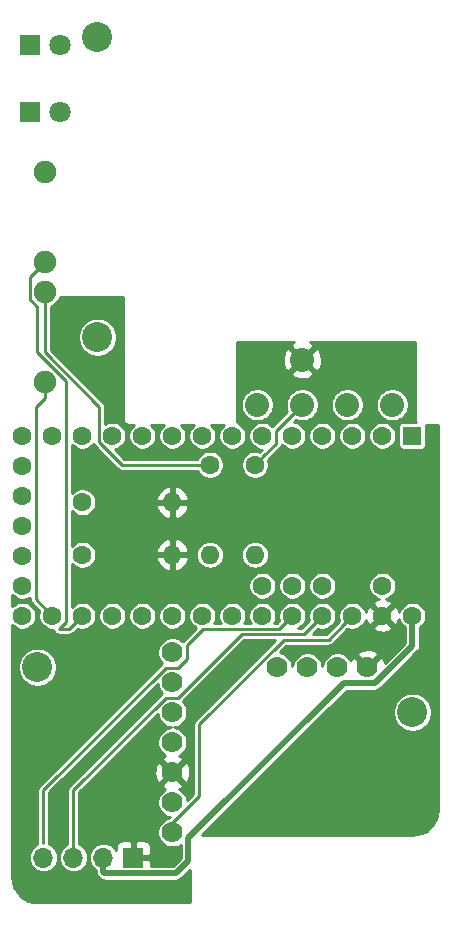
<source format=gbr>
G04 #@! TF.GenerationSoftware,KiCad,Pcbnew,(5.1.2)-2*
G04 #@! TF.CreationDate,2020-04-13T18:51:12-04:00*
G04 #@! TF.ProjectId,TeensyLC_DRV8871_MPRLS_Qwiic_v01,5465656e-7379-44c4-935f-445256383837,rev?*
G04 #@! TF.SameCoordinates,Original*
G04 #@! TF.FileFunction,Copper,L2,Bot*
G04 #@! TF.FilePolarity,Positive*
%FSLAX46Y46*%
G04 Gerber Fmt 4.6, Leading zero omitted, Abs format (unit mm)*
G04 Created by KiCad (PCBNEW (5.1.2)-2) date 2020-04-13 18:51:12*
%MOMM*%
%LPD*%
G04 APERTURE LIST*
%ADD10C,1.600000*%
%ADD11R,1.600000X1.600000*%
%ADD12C,2.540000*%
%ADD13C,1.778000*%
%ADD14C,1.905000*%
%ADD15R,1.800000X1.800000*%
%ADD16C,1.800000*%
%ADD17O,1.600000X1.600000*%
%ADD18C,2.032000*%
%ADD19O,1.700000X1.700000*%
%ADD20R,1.700000X1.700000*%
%ADD21C,0.250000*%
%ADD22C,0.508000*%
%ADD23C,0.254000*%
G04 APERTURE END LIST*
D10*
X26670000Y-46430001D03*
X26670000Y-36270001D03*
X26670000Y-33730001D03*
X46990000Y-48970001D03*
X54610000Y-48970001D03*
X57150000Y-46430001D03*
X26670000Y-43890001D03*
X49530000Y-46430001D03*
X57150000Y-48970001D03*
X46990000Y-46430001D03*
X39370000Y-48970001D03*
X29210000Y-48970001D03*
X31750000Y-48970001D03*
X49530000Y-48970001D03*
X52070000Y-48970001D03*
X29210000Y-33730001D03*
X31750000Y-33730001D03*
X59690000Y-48970001D03*
X26670000Y-48970001D03*
X26670000Y-41350001D03*
X26670000Y-38810001D03*
X36830000Y-48970001D03*
X34290000Y-48970001D03*
X41910000Y-48970001D03*
X44450000Y-48970001D03*
X52070000Y-46430001D03*
X49530000Y-33730001D03*
X36830000Y-33730001D03*
X34290000Y-33730001D03*
X57150000Y-33730001D03*
X52070000Y-33730001D03*
X46990000Y-33730001D03*
X54610000Y-33730001D03*
X41910000Y-33730001D03*
D11*
X59690000Y-33730001D03*
D10*
X39370000Y-33730001D03*
X44450000Y-33730001D03*
D12*
X59690000Y-57150000D03*
X33020000Y0D03*
X33020000Y-25400000D03*
X27940000Y-53340000D03*
D13*
X48260000Y-53340000D03*
X50800000Y-53340000D03*
X53340000Y-53340000D03*
X55880000Y-53340000D03*
D14*
X28575000Y-11430000D03*
X28575000Y-19050000D03*
X28575000Y-21590000D03*
X28575000Y-29210000D03*
D15*
X27305000Y-635000D03*
D16*
X29845000Y-635000D03*
X29845000Y-6350000D03*
D15*
X27305000Y-6350000D03*
D17*
X39370000Y-39370000D03*
D10*
X31750000Y-39370000D03*
X31750000Y-43815000D03*
D17*
X39370000Y-43815000D03*
D10*
X46355000Y-36195000D03*
D17*
X46355000Y-43815000D03*
X42545000Y-43815000D03*
D10*
X42545000Y-36195000D03*
D18*
X46545500Y-31115000D03*
X50355500Y-31115000D03*
X54165500Y-31115000D03*
X57975500Y-31115000D03*
X50355500Y-27305000D03*
D13*
X39370000Y-67310000D03*
X39370000Y-64770000D03*
X39370000Y-62230000D03*
X39370000Y-59690000D03*
X39370000Y-57150000D03*
X39370000Y-54610000D03*
X39370000Y-52070000D03*
D19*
X30990000Y-69460000D03*
D20*
X36070000Y-69460000D03*
D19*
X28450000Y-69460000D03*
X33530000Y-69460000D03*
D21*
X41413630Y-36195000D02*
X42545000Y-36195000D01*
X35089997Y-36195000D02*
X41413630Y-36195000D01*
X33164999Y-34270002D02*
X35089997Y-36195000D01*
X33164999Y-31272887D02*
X33164999Y-34270002D01*
X28575000Y-26682888D02*
X33164999Y-31272887D01*
X28575000Y-21590000D02*
X28575000Y-26682888D01*
X47154999Y-35395001D02*
X46355000Y-36195000D01*
X48115001Y-34434999D02*
X47154999Y-35395001D01*
X48115001Y-33355499D02*
X48115001Y-34434999D01*
X50355500Y-31115000D02*
X48115001Y-33355499D01*
X39370000Y-66566722D02*
X41656000Y-64280722D01*
X39370000Y-67310000D02*
X39370000Y-66566722D01*
X53810001Y-49770000D02*
X54610000Y-48970001D01*
X52584979Y-50995022D02*
X53810001Y-49770000D01*
X48808256Y-50995022D02*
X52584979Y-50995022D01*
X41656000Y-58147278D02*
X48808256Y-50995022D01*
X41656000Y-64280722D02*
X41656000Y-58147278D01*
X30335001Y-29079299D02*
X27925702Y-26670000D01*
X30335001Y-49510002D02*
X30335001Y-29079299D01*
X29750001Y-50095002D02*
X30335001Y-49510002D01*
X31750000Y-48970001D02*
X30624999Y-50095002D01*
X30624999Y-50095002D02*
X29750001Y-50095002D01*
X27622501Y-20002499D02*
X28575000Y-19050000D01*
X27297499Y-20327501D02*
X27622501Y-20002499D01*
X27297499Y-22203201D02*
X27297499Y-20327501D01*
X27925702Y-22831404D02*
X27297499Y-22203201D01*
X27925702Y-26670000D02*
X27925702Y-22831404D01*
X28575000Y-30557038D02*
X28575000Y-29210000D01*
X27795001Y-31337037D02*
X28575000Y-30557038D01*
X27795001Y-47555002D02*
X27795001Y-31337037D01*
X29210000Y-48970001D02*
X27795001Y-47555002D01*
X48404999Y-50095002D02*
X41979998Y-50095002D01*
X49530000Y-48970001D02*
X48404999Y-50095002D01*
X28450000Y-68255952D02*
X28435528Y-68249958D01*
X40584001Y-51490999D02*
X40584001Y-52652721D01*
X41979998Y-50095002D02*
X40584001Y-51490999D01*
X40584001Y-52652721D02*
X39840723Y-53395999D01*
X39840723Y-53395999D02*
X38787279Y-53395999D01*
X38787279Y-53395999D02*
X28450000Y-63733278D01*
X28450000Y-63733278D02*
X28450000Y-68255952D01*
X30990000Y-63733278D02*
X30990000Y-68257919D01*
X38787279Y-55935999D02*
X30990000Y-63733278D01*
X39840723Y-55935999D02*
X38787279Y-55935999D01*
X30990000Y-68257919D02*
X30990000Y-69460000D01*
X45231710Y-50545012D02*
X39840723Y-55935999D01*
X50494989Y-50545012D02*
X45231710Y-50545012D01*
X52070000Y-48970001D02*
X50494989Y-50545012D01*
D22*
X33530000Y-70662081D02*
X33530000Y-69460000D01*
X39683577Y-70764001D02*
X33631920Y-70764001D01*
X59690000Y-48970001D02*
X59690000Y-51517642D01*
X59690000Y-51517642D02*
X56524641Y-54683001D01*
X56524641Y-54683001D02*
X53859577Y-54683001D01*
X53859577Y-54683001D02*
X40713001Y-67829577D01*
X33631920Y-70764001D02*
X33530000Y-70662081D01*
X40713001Y-67829577D02*
X40713001Y-69734577D01*
X40713001Y-69734577D02*
X39683577Y-70764001D01*
D23*
G36*
X35154001Y-32365049D02*
G01*
X35152036Y-32385000D01*
X35159875Y-32464590D01*
X35183090Y-32541121D01*
X35220790Y-32611653D01*
X35271526Y-32673474D01*
X35333347Y-32724210D01*
X35403879Y-32761910D01*
X35480410Y-32785125D01*
X35540059Y-32791000D01*
X35540060Y-32791000D01*
X35560000Y-32792964D01*
X35579941Y-32791000D01*
X36109572Y-32791000D01*
X36077157Y-32812659D01*
X35912658Y-32977158D01*
X35783412Y-33170588D01*
X35694386Y-33385516D01*
X35649000Y-33613683D01*
X35649000Y-33846319D01*
X35694386Y-34074486D01*
X35783412Y-34289414D01*
X35912658Y-34482844D01*
X36077157Y-34647343D01*
X36270587Y-34776589D01*
X36485515Y-34865615D01*
X36713682Y-34911001D01*
X36946318Y-34911001D01*
X37174485Y-34865615D01*
X37389413Y-34776589D01*
X37582843Y-34647343D01*
X37747342Y-34482844D01*
X37876588Y-34289414D01*
X37965614Y-34074486D01*
X38011000Y-33846319D01*
X38011000Y-33613683D01*
X37965614Y-33385516D01*
X37876588Y-33170588D01*
X37747342Y-32977158D01*
X37582843Y-32812659D01*
X37550428Y-32791000D01*
X38649572Y-32791000D01*
X38617157Y-32812659D01*
X38452658Y-32977158D01*
X38323412Y-33170588D01*
X38234386Y-33385516D01*
X38189000Y-33613683D01*
X38189000Y-33846319D01*
X38234386Y-34074486D01*
X38323412Y-34289414D01*
X38452658Y-34482844D01*
X38617157Y-34647343D01*
X38810587Y-34776589D01*
X39025515Y-34865615D01*
X39253682Y-34911001D01*
X39486318Y-34911001D01*
X39714485Y-34865615D01*
X39929413Y-34776589D01*
X40122843Y-34647343D01*
X40287342Y-34482844D01*
X40416588Y-34289414D01*
X40505614Y-34074486D01*
X40551000Y-33846319D01*
X40551000Y-33613683D01*
X40505614Y-33385516D01*
X40416588Y-33170588D01*
X40287342Y-32977158D01*
X40122843Y-32812659D01*
X40090428Y-32791000D01*
X41189572Y-32791000D01*
X41157157Y-32812659D01*
X40992658Y-32977158D01*
X40863412Y-33170588D01*
X40774386Y-33385516D01*
X40729000Y-33613683D01*
X40729000Y-33846319D01*
X40774386Y-34074486D01*
X40863412Y-34289414D01*
X40992658Y-34482844D01*
X41157157Y-34647343D01*
X41350587Y-34776589D01*
X41565515Y-34865615D01*
X41793682Y-34911001D01*
X42026318Y-34911001D01*
X42254485Y-34865615D01*
X42469413Y-34776589D01*
X42662843Y-34647343D01*
X42827342Y-34482844D01*
X42956588Y-34289414D01*
X43045614Y-34074486D01*
X43091000Y-33846319D01*
X43091000Y-33613683D01*
X43045614Y-33385516D01*
X42956588Y-33170588D01*
X42827342Y-32977158D01*
X42662843Y-32812659D01*
X42630428Y-32791000D01*
X43729572Y-32791000D01*
X43697157Y-32812659D01*
X43532658Y-32977158D01*
X43403412Y-33170588D01*
X43314386Y-33385516D01*
X43269000Y-33613683D01*
X43269000Y-33846319D01*
X43314386Y-34074486D01*
X43403412Y-34289414D01*
X43532658Y-34482844D01*
X43697157Y-34647343D01*
X43890587Y-34776589D01*
X44105515Y-34865615D01*
X44333682Y-34911001D01*
X44566318Y-34911001D01*
X44794485Y-34865615D01*
X45009413Y-34776589D01*
X45202843Y-34647343D01*
X45367342Y-34482844D01*
X45496588Y-34289414D01*
X45585614Y-34074486D01*
X45631000Y-33846319D01*
X45631000Y-33613683D01*
X45585614Y-33385516D01*
X45496588Y-33170588D01*
X45367342Y-32977158D01*
X45202843Y-32812659D01*
X45009413Y-32683413D01*
X44797722Y-32595728D01*
X44826910Y-32541121D01*
X44850125Y-32464590D01*
X44857964Y-32385000D01*
X44856000Y-32365059D01*
X44856000Y-30977408D01*
X45148500Y-30977408D01*
X45148500Y-31252592D01*
X45202186Y-31522490D01*
X45307495Y-31776727D01*
X45460380Y-32005535D01*
X45654965Y-32200120D01*
X45883773Y-32353005D01*
X46138010Y-32458314D01*
X46407908Y-32512000D01*
X46683092Y-32512000D01*
X46952990Y-32458314D01*
X47207227Y-32353005D01*
X47436035Y-32200120D01*
X47630620Y-32005535D01*
X47783505Y-31776727D01*
X47888814Y-31522490D01*
X47942500Y-31252592D01*
X47942500Y-30977408D01*
X47888814Y-30707510D01*
X47783505Y-30453273D01*
X47630620Y-30224465D01*
X47436035Y-30029880D01*
X47207227Y-29876995D01*
X46952990Y-29771686D01*
X46683092Y-29718000D01*
X46407908Y-29718000D01*
X46138010Y-29771686D01*
X45883773Y-29876995D01*
X45654965Y-30029880D01*
X45460380Y-30224465D01*
X45307495Y-30453273D01*
X45202186Y-30707510D01*
X45148500Y-30977408D01*
X44856000Y-30977408D01*
X44856000Y-28451823D01*
X49388282Y-28451823D01*
X49485978Y-28717860D01*
X49778321Y-28860348D01*
X50092844Y-28943064D01*
X50417462Y-28962831D01*
X50739698Y-28918888D01*
X51047170Y-28812924D01*
X51225022Y-28717860D01*
X51322718Y-28451823D01*
X50355500Y-27484605D01*
X49388282Y-28451823D01*
X44856000Y-28451823D01*
X44856000Y-27366962D01*
X48697669Y-27366962D01*
X48741612Y-27689198D01*
X48847576Y-27996670D01*
X48942640Y-28174522D01*
X49208677Y-28272218D01*
X50175895Y-27305000D01*
X50535105Y-27305000D01*
X51502323Y-28272218D01*
X51768360Y-28174522D01*
X51910848Y-27882179D01*
X51993564Y-27567656D01*
X52013331Y-27243038D01*
X51969388Y-26920802D01*
X51863424Y-26613330D01*
X51768360Y-26435478D01*
X51502323Y-26337782D01*
X50535105Y-27305000D01*
X50175895Y-27305000D01*
X49208677Y-26337782D01*
X48942640Y-26435478D01*
X48800152Y-26727821D01*
X48717436Y-27042344D01*
X48697669Y-27366962D01*
X44856000Y-27366962D01*
X44856000Y-25806000D01*
X49647134Y-25806000D01*
X49485978Y-25892140D01*
X49388282Y-26158177D01*
X50355500Y-27125395D01*
X51322718Y-26158177D01*
X51225022Y-25892140D01*
X51048288Y-25806000D01*
X59919001Y-25806000D01*
X59919000Y-32365059D01*
X59917036Y-32385000D01*
X59924875Y-32464590D01*
X59948090Y-32541121D01*
X59951317Y-32547158D01*
X58890000Y-32547158D01*
X58815311Y-32554514D01*
X58743492Y-32576300D01*
X58677304Y-32611679D01*
X58619289Y-32659290D01*
X58571678Y-32717305D01*
X58536299Y-32783493D01*
X58514513Y-32855312D01*
X58507157Y-32930001D01*
X58507157Y-34530001D01*
X58514513Y-34604690D01*
X58536299Y-34676509D01*
X58571678Y-34742697D01*
X58619289Y-34800712D01*
X58677304Y-34848323D01*
X58743492Y-34883702D01*
X58815311Y-34905488D01*
X58890000Y-34912844D01*
X60490000Y-34912844D01*
X60564689Y-34905488D01*
X60636508Y-34883702D01*
X60702696Y-34848323D01*
X60760711Y-34800712D01*
X60808322Y-34742697D01*
X60843701Y-34676509D01*
X60865487Y-34604690D01*
X60872843Y-34530001D01*
X60872843Y-32930001D01*
X60865487Y-32855312D01*
X60845978Y-32791000D01*
X61824000Y-32791000D01*
X61824001Y-65385136D01*
X61781449Y-65819115D01*
X61661181Y-66217464D01*
X61465831Y-66584862D01*
X61202845Y-66907315D01*
X60882226Y-67172554D01*
X60516204Y-67370461D01*
X60118708Y-67493506D01*
X59685863Y-67539000D01*
X41901602Y-67539000D01*
X52453211Y-56987391D01*
X58039000Y-56987391D01*
X58039000Y-57312609D01*
X58102447Y-57631579D01*
X58226903Y-57932042D01*
X58407585Y-58202451D01*
X58637549Y-58432415D01*
X58907958Y-58613097D01*
X59208421Y-58737553D01*
X59527391Y-58801000D01*
X59852609Y-58801000D01*
X60171579Y-58737553D01*
X60472042Y-58613097D01*
X60742451Y-58432415D01*
X60972415Y-58202451D01*
X61153097Y-57932042D01*
X61277553Y-57631579D01*
X61341000Y-57312609D01*
X61341000Y-56987391D01*
X61277553Y-56668421D01*
X61153097Y-56367958D01*
X60972415Y-56097549D01*
X60742451Y-55867585D01*
X60472042Y-55686903D01*
X60171579Y-55562447D01*
X59852609Y-55499000D01*
X59527391Y-55499000D01*
X59208421Y-55562447D01*
X58907958Y-55686903D01*
X58637549Y-55867585D01*
X58407585Y-56097549D01*
X58226903Y-56367958D01*
X58102447Y-56668421D01*
X58039000Y-56987391D01*
X52453211Y-56987391D01*
X54122602Y-55318001D01*
X56493460Y-55318001D01*
X56524641Y-55321072D01*
X56555822Y-55318001D01*
X56555833Y-55318001D01*
X56649123Y-55308813D01*
X56768821Y-55272503D01*
X56879135Y-55213538D01*
X56975826Y-55134186D01*
X56995715Y-55109951D01*
X60116961Y-51988707D01*
X60141185Y-51968827D01*
X60161065Y-51944603D01*
X60161069Y-51944599D01*
X60220538Y-51872136D01*
X60279502Y-51761822D01*
X60301592Y-51689000D01*
X60315812Y-51642124D01*
X60325000Y-51548834D01*
X60325000Y-51548831D01*
X60328072Y-51517642D01*
X60325000Y-51486453D01*
X60325000Y-49966083D01*
X60442843Y-49887343D01*
X60607342Y-49722844D01*
X60736588Y-49529414D01*
X60825614Y-49314486D01*
X60871000Y-49086319D01*
X60871000Y-48853683D01*
X60825614Y-48625516D01*
X60736588Y-48410588D01*
X60607342Y-48217158D01*
X60442843Y-48052659D01*
X60249413Y-47923413D01*
X60034485Y-47834387D01*
X59806318Y-47789001D01*
X59573682Y-47789001D01*
X59345515Y-47834387D01*
X59130587Y-47923413D01*
X58937157Y-48052659D01*
X58772658Y-48217158D01*
X58643412Y-48410588D01*
X58554386Y-48625516D01*
X58551657Y-48639238D01*
X58548787Y-48619871D01*
X58453603Y-48353709D01*
X58386671Y-48228487D01*
X58142702Y-48156904D01*
X57329605Y-48970001D01*
X58142702Y-49783098D01*
X58386671Y-49711515D01*
X58507571Y-49456005D01*
X58549368Y-49289260D01*
X58554386Y-49314486D01*
X58643412Y-49529414D01*
X58772658Y-49722844D01*
X58937157Y-49887343D01*
X59055000Y-49966084D01*
X59055001Y-51254615D01*
X57358684Y-52950933D01*
X57267816Y-52692641D01*
X57189289Y-52545727D01*
X56936231Y-52463374D01*
X56059605Y-53340000D01*
X56073748Y-53354143D01*
X55894143Y-53533748D01*
X55880000Y-53519605D01*
X55865858Y-53533748D01*
X55686253Y-53354143D01*
X55700395Y-53340000D01*
X54823769Y-52463374D01*
X54570711Y-52545727D01*
X54471415Y-52752808D01*
X54465459Y-52738429D01*
X54326473Y-52530422D01*
X54149578Y-52353527D01*
X54045178Y-52283769D01*
X55003374Y-52283769D01*
X55880000Y-53160395D01*
X56756626Y-52283769D01*
X56674273Y-52030711D01*
X56403582Y-51900914D01*
X56112770Y-51826420D01*
X55813012Y-51810092D01*
X55515829Y-51852557D01*
X55232641Y-51952184D01*
X55085727Y-52030711D01*
X55003374Y-52283769D01*
X54045178Y-52283769D01*
X53941571Y-52214541D01*
X53710445Y-52118805D01*
X53465084Y-52070000D01*
X53214916Y-52070000D01*
X52969555Y-52118805D01*
X52738429Y-52214541D01*
X52530422Y-52353527D01*
X52353527Y-52530422D01*
X52214541Y-52738429D01*
X52118805Y-52969555D01*
X52070000Y-53214916D01*
X52021195Y-52969555D01*
X51925459Y-52738429D01*
X51786473Y-52530422D01*
X51609578Y-52353527D01*
X51401571Y-52214541D01*
X51170445Y-52118805D01*
X50925084Y-52070000D01*
X50674916Y-52070000D01*
X50429555Y-52118805D01*
X50198429Y-52214541D01*
X49990422Y-52353527D01*
X49813527Y-52530422D01*
X49674541Y-52738429D01*
X49578805Y-52969555D01*
X49530000Y-53214916D01*
X49481195Y-52969555D01*
X49385459Y-52738429D01*
X49246473Y-52530422D01*
X49069578Y-52353527D01*
X48861571Y-52214541D01*
X48630445Y-52118805D01*
X48438287Y-52080583D01*
X49017848Y-51501022D01*
X52560133Y-51501022D01*
X52584979Y-51503469D01*
X52609825Y-51501022D01*
X52609833Y-51501022D01*
X52684172Y-51493700D01*
X52779554Y-51464767D01*
X52867458Y-51417781D01*
X52944506Y-51354549D01*
X52960355Y-51335237D01*
X54185371Y-50110222D01*
X54185375Y-50110217D01*
X54212102Y-50083490D01*
X54265515Y-50105615D01*
X54493682Y-50151001D01*
X54726318Y-50151001D01*
X54954485Y-50105615D01*
X55169413Y-50016589D01*
X55250058Y-49962703D01*
X56336903Y-49962703D01*
X56408486Y-50206672D01*
X56663996Y-50327572D01*
X56938184Y-50396301D01*
X57220512Y-50410218D01*
X57500130Y-50368788D01*
X57766292Y-50273604D01*
X57891514Y-50206672D01*
X57963097Y-49962703D01*
X57150000Y-49149606D01*
X56336903Y-49962703D01*
X55250058Y-49962703D01*
X55362843Y-49887343D01*
X55527342Y-49722844D01*
X55656588Y-49529414D01*
X55745614Y-49314486D01*
X55748343Y-49300764D01*
X55751213Y-49320131D01*
X55846397Y-49586293D01*
X55913329Y-49711515D01*
X56157298Y-49783098D01*
X56970395Y-48970001D01*
X56157298Y-48156904D01*
X55913329Y-48228487D01*
X55792429Y-48483997D01*
X55750632Y-48650742D01*
X55745614Y-48625516D01*
X55656588Y-48410588D01*
X55527342Y-48217158D01*
X55362843Y-48052659D01*
X55169413Y-47923413D01*
X54954485Y-47834387D01*
X54726318Y-47789001D01*
X54493682Y-47789001D01*
X54265515Y-47834387D01*
X54050587Y-47923413D01*
X53857157Y-48052659D01*
X53692658Y-48217158D01*
X53563412Y-48410588D01*
X53474386Y-48625516D01*
X53429000Y-48853683D01*
X53429000Y-49086319D01*
X53474386Y-49314486D01*
X53496511Y-49367899D01*
X53469784Y-49394626D01*
X53469779Y-49394630D01*
X52375388Y-50489022D01*
X51266570Y-50489022D01*
X51672102Y-50083491D01*
X51725515Y-50105615D01*
X51953682Y-50151001D01*
X52186318Y-50151001D01*
X52414485Y-50105615D01*
X52629413Y-50016589D01*
X52822843Y-49887343D01*
X52987342Y-49722844D01*
X53116588Y-49529414D01*
X53205614Y-49314486D01*
X53251000Y-49086319D01*
X53251000Y-48853683D01*
X53205614Y-48625516D01*
X53116588Y-48410588D01*
X52987342Y-48217158D01*
X52822843Y-48052659D01*
X52629413Y-47923413D01*
X52414485Y-47834387D01*
X52186318Y-47789001D01*
X51953682Y-47789001D01*
X51725515Y-47834387D01*
X51510587Y-47923413D01*
X51317157Y-48052659D01*
X51152658Y-48217158D01*
X51023412Y-48410588D01*
X50934386Y-48625516D01*
X50889000Y-48853683D01*
X50889000Y-49086319D01*
X50934386Y-49314486D01*
X50956510Y-49367899D01*
X50285398Y-50039012D01*
X50035279Y-50039012D01*
X50089413Y-50016589D01*
X50282843Y-49887343D01*
X50447342Y-49722844D01*
X50576588Y-49529414D01*
X50665614Y-49314486D01*
X50711000Y-49086319D01*
X50711000Y-48853683D01*
X50665614Y-48625516D01*
X50576588Y-48410588D01*
X50447342Y-48217158D01*
X50282843Y-48052659D01*
X50089413Y-47923413D01*
X49874485Y-47834387D01*
X49646318Y-47789001D01*
X49413682Y-47789001D01*
X49185515Y-47834387D01*
X48970587Y-47923413D01*
X48777157Y-48052659D01*
X48612658Y-48217158D01*
X48483412Y-48410588D01*
X48394386Y-48625516D01*
X48349000Y-48853683D01*
X48349000Y-49086319D01*
X48394386Y-49314486D01*
X48416510Y-49367899D01*
X48195408Y-49589002D01*
X47996773Y-49589002D01*
X48036588Y-49529414D01*
X48125614Y-49314486D01*
X48171000Y-49086319D01*
X48171000Y-48853683D01*
X48125614Y-48625516D01*
X48036588Y-48410588D01*
X47907342Y-48217158D01*
X47742843Y-48052659D01*
X47549413Y-47923413D01*
X47334485Y-47834387D01*
X47106318Y-47789001D01*
X46873682Y-47789001D01*
X46645515Y-47834387D01*
X46430587Y-47923413D01*
X46237157Y-48052659D01*
X46072658Y-48217158D01*
X45943412Y-48410588D01*
X45854386Y-48625516D01*
X45809000Y-48853683D01*
X45809000Y-49086319D01*
X45854386Y-49314486D01*
X45943412Y-49529414D01*
X45983227Y-49589002D01*
X45456773Y-49589002D01*
X45496588Y-49529414D01*
X45585614Y-49314486D01*
X45631000Y-49086319D01*
X45631000Y-48853683D01*
X45585614Y-48625516D01*
X45496588Y-48410588D01*
X45367342Y-48217158D01*
X45202843Y-48052659D01*
X45009413Y-47923413D01*
X44794485Y-47834387D01*
X44566318Y-47789001D01*
X44333682Y-47789001D01*
X44105515Y-47834387D01*
X43890587Y-47923413D01*
X43697157Y-48052659D01*
X43532658Y-48217158D01*
X43403412Y-48410588D01*
X43314386Y-48625516D01*
X43269000Y-48853683D01*
X43269000Y-49086319D01*
X43314386Y-49314486D01*
X43403412Y-49529414D01*
X43443227Y-49589002D01*
X42916773Y-49589002D01*
X42956588Y-49529414D01*
X43045614Y-49314486D01*
X43091000Y-49086319D01*
X43091000Y-48853683D01*
X43045614Y-48625516D01*
X42956588Y-48410588D01*
X42827342Y-48217158D01*
X42662843Y-48052659D01*
X42469413Y-47923413D01*
X42254485Y-47834387D01*
X42026318Y-47789001D01*
X41793682Y-47789001D01*
X41565515Y-47834387D01*
X41350587Y-47923413D01*
X41157157Y-48052659D01*
X40992658Y-48217158D01*
X40863412Y-48410588D01*
X40774386Y-48625516D01*
X40729000Y-48853683D01*
X40729000Y-49086319D01*
X40774386Y-49314486D01*
X40863412Y-49529414D01*
X40992658Y-49722844D01*
X41157157Y-49887343D01*
X41345931Y-50013478D01*
X40243786Y-51115623D01*
X40226149Y-51130098D01*
X40179578Y-51083527D01*
X39971571Y-50944541D01*
X39740445Y-50848805D01*
X39495084Y-50800000D01*
X39244916Y-50800000D01*
X38999555Y-50848805D01*
X38768429Y-50944541D01*
X38560422Y-51083527D01*
X38383527Y-51260422D01*
X38244541Y-51468429D01*
X38148805Y-51699555D01*
X38100000Y-51944916D01*
X38100000Y-52195084D01*
X38148805Y-52440445D01*
X38244541Y-52671571D01*
X38383527Y-52879578D01*
X38489635Y-52985686D01*
X38427752Y-53036472D01*
X38411908Y-53055778D01*
X28109785Y-63357902D01*
X28090473Y-63373751D01*
X28027241Y-63450799D01*
X27980255Y-63538704D01*
X27951322Y-63634086D01*
X27944000Y-63708425D01*
X27944000Y-63708432D01*
X27941553Y-63733278D01*
X27944000Y-63758124D01*
X27944001Y-68127197D01*
X27936848Y-68150780D01*
X27927080Y-68249973D01*
X27935852Y-68339002D01*
X27762784Y-68431509D01*
X27575340Y-68585340D01*
X27421509Y-68772784D01*
X27307202Y-68986637D01*
X27236812Y-69218682D01*
X27213044Y-69460000D01*
X27236812Y-69701318D01*
X27307202Y-69933363D01*
X27421509Y-70147216D01*
X27575340Y-70334660D01*
X27762784Y-70488491D01*
X27976637Y-70602798D01*
X28208682Y-70673188D01*
X28389528Y-70691000D01*
X28510472Y-70691000D01*
X28691318Y-70673188D01*
X28923363Y-70602798D01*
X29137216Y-70488491D01*
X29324660Y-70334660D01*
X29478491Y-70147216D01*
X29592798Y-69933363D01*
X29663188Y-69701318D01*
X29686956Y-69460000D01*
X29663188Y-69218682D01*
X29592798Y-68986637D01*
X29478491Y-68772784D01*
X29324660Y-68585340D01*
X29137216Y-68431509D01*
X28950962Y-68331954D01*
X28953905Y-68302075D01*
X28956000Y-68280806D01*
X28956000Y-68280795D01*
X28958448Y-68255936D01*
X28956000Y-68231090D01*
X28956000Y-63942869D01*
X38110583Y-54788287D01*
X38148805Y-54980445D01*
X38244541Y-55211571D01*
X38383527Y-55419578D01*
X38489635Y-55525686D01*
X38427752Y-55576472D01*
X38411908Y-55595778D01*
X30649785Y-63357902D01*
X30630473Y-63373751D01*
X30567241Y-63450799D01*
X30520255Y-63538704D01*
X30491322Y-63634086D01*
X30484000Y-63708425D01*
X30484000Y-63708432D01*
X30481553Y-63733278D01*
X30484000Y-63758124D01*
X30484001Y-68233056D01*
X30484000Y-68233066D01*
X30484000Y-68334647D01*
X30302784Y-68431509D01*
X30115340Y-68585340D01*
X29961509Y-68772784D01*
X29847202Y-68986637D01*
X29776812Y-69218682D01*
X29753044Y-69460000D01*
X29776812Y-69701318D01*
X29847202Y-69933363D01*
X29961509Y-70147216D01*
X30115340Y-70334660D01*
X30302784Y-70488491D01*
X30516637Y-70602798D01*
X30748682Y-70673188D01*
X30929528Y-70691000D01*
X31050472Y-70691000D01*
X31231318Y-70673188D01*
X31463363Y-70602798D01*
X31677216Y-70488491D01*
X31864660Y-70334660D01*
X32018491Y-70147216D01*
X32132798Y-69933363D01*
X32203188Y-69701318D01*
X32226956Y-69460000D01*
X32203188Y-69218682D01*
X32132798Y-68986637D01*
X32018491Y-68772784D01*
X31864660Y-68585340D01*
X31677216Y-68431509D01*
X31496000Y-68334647D01*
X31496000Y-63942869D01*
X33141881Y-62296988D01*
X37840092Y-62296988D01*
X37882557Y-62594171D01*
X37982184Y-62877359D01*
X38060711Y-63024273D01*
X38313769Y-63106626D01*
X39190395Y-62230000D01*
X39549605Y-62230000D01*
X40426231Y-63106626D01*
X40679289Y-63024273D01*
X40809086Y-62753582D01*
X40883580Y-62462770D01*
X40899908Y-62163012D01*
X40857443Y-61865829D01*
X40757816Y-61582641D01*
X40679289Y-61435727D01*
X40426231Y-61353374D01*
X39549605Y-62230000D01*
X39190395Y-62230000D01*
X38313769Y-61353374D01*
X38060711Y-61435727D01*
X37930914Y-61706418D01*
X37856420Y-61997230D01*
X37840092Y-62296988D01*
X33141881Y-62296988D01*
X38110583Y-57328287D01*
X38148805Y-57520445D01*
X38244541Y-57751571D01*
X38383527Y-57959578D01*
X38560422Y-58136473D01*
X38768429Y-58275459D01*
X38999555Y-58371195D01*
X39244916Y-58420000D01*
X38999555Y-58468805D01*
X38768429Y-58564541D01*
X38560422Y-58703527D01*
X38383527Y-58880422D01*
X38244541Y-59088429D01*
X38148805Y-59319555D01*
X38100000Y-59564916D01*
X38100000Y-59815084D01*
X38148805Y-60060445D01*
X38244541Y-60291571D01*
X38383527Y-60499578D01*
X38560422Y-60676473D01*
X38768429Y-60815459D01*
X38782288Y-60821200D01*
X38722641Y-60842184D01*
X38575727Y-60920711D01*
X38493374Y-61173769D01*
X39370000Y-62050395D01*
X40246626Y-61173769D01*
X40164273Y-60920711D01*
X39957192Y-60821415D01*
X39971571Y-60815459D01*
X40179578Y-60676473D01*
X40356473Y-60499578D01*
X40495459Y-60291571D01*
X40591195Y-60060445D01*
X40640000Y-59815084D01*
X40640000Y-59564916D01*
X40591195Y-59319555D01*
X40495459Y-59088429D01*
X40356473Y-58880422D01*
X40179578Y-58703527D01*
X39971571Y-58564541D01*
X39740445Y-58468805D01*
X39495084Y-58420000D01*
X39740445Y-58371195D01*
X39971571Y-58275459D01*
X40179578Y-58136473D01*
X40356473Y-57959578D01*
X40495459Y-57751571D01*
X40591195Y-57520445D01*
X40640000Y-57275084D01*
X40640000Y-57024916D01*
X40591195Y-56779555D01*
X40495459Y-56548429D01*
X40356473Y-56340422D01*
X40254182Y-56238131D01*
X45441302Y-51051012D01*
X48036674Y-51051012D01*
X41315781Y-57771906D01*
X41296474Y-57787751D01*
X41233242Y-57864799D01*
X41208127Y-57911786D01*
X41186255Y-57952704D01*
X41157322Y-58048086D01*
X41147553Y-58147278D01*
X41150001Y-58172134D01*
X41150000Y-64071130D01*
X40629417Y-64591713D01*
X40591195Y-64399555D01*
X40495459Y-64168429D01*
X40356473Y-63960422D01*
X40179578Y-63783527D01*
X39971571Y-63644541D01*
X39957712Y-63638800D01*
X40017359Y-63617816D01*
X40164273Y-63539289D01*
X40246626Y-63286231D01*
X39370000Y-62409605D01*
X38493374Y-63286231D01*
X38575727Y-63539289D01*
X38782808Y-63638585D01*
X38768429Y-63644541D01*
X38560422Y-63783527D01*
X38383527Y-63960422D01*
X38244541Y-64168429D01*
X38148805Y-64399555D01*
X38100000Y-64644916D01*
X38100000Y-64895084D01*
X38148805Y-65140445D01*
X38244541Y-65371571D01*
X38383527Y-65579578D01*
X38560422Y-65756473D01*
X38768429Y-65895459D01*
X38999555Y-65991195D01*
X39191713Y-66029417D01*
X39165293Y-66055838D01*
X38999555Y-66088805D01*
X38768429Y-66184541D01*
X38560422Y-66323527D01*
X38383527Y-66500422D01*
X38244541Y-66708429D01*
X38148805Y-66939555D01*
X38100000Y-67184916D01*
X38100000Y-67435084D01*
X38148805Y-67680445D01*
X38244541Y-67911571D01*
X38383527Y-68119578D01*
X38560422Y-68296473D01*
X38768429Y-68435459D01*
X38999555Y-68531195D01*
X39244916Y-68580000D01*
X39495084Y-68580000D01*
X39740445Y-68531195D01*
X39971571Y-68435459D01*
X40078001Y-68364344D01*
X40078002Y-69471551D01*
X39420553Y-70129001D01*
X37557087Y-70129001D01*
X37555000Y-69745750D01*
X37396250Y-69587000D01*
X36197000Y-69587000D01*
X36197000Y-69607000D01*
X35943000Y-69607000D01*
X35943000Y-69587000D01*
X35923000Y-69587000D01*
X35923000Y-69333000D01*
X35943000Y-69333000D01*
X35943000Y-68133750D01*
X36197000Y-68133750D01*
X36197000Y-69333000D01*
X37396250Y-69333000D01*
X37555000Y-69174250D01*
X37558072Y-68610000D01*
X37545812Y-68485518D01*
X37509502Y-68365820D01*
X37450537Y-68255506D01*
X37371185Y-68158815D01*
X37274494Y-68079463D01*
X37164180Y-68020498D01*
X37044482Y-67984188D01*
X36920000Y-67971928D01*
X36355750Y-67975000D01*
X36197000Y-68133750D01*
X35943000Y-68133750D01*
X35784250Y-67975000D01*
X35220000Y-67971928D01*
X35095518Y-67984188D01*
X34975820Y-68020498D01*
X34865506Y-68079463D01*
X34768815Y-68158815D01*
X34689463Y-68255506D01*
X34630498Y-68365820D01*
X34594188Y-68485518D01*
X34581928Y-68610000D01*
X34583065Y-68818758D01*
X34558491Y-68772784D01*
X34404660Y-68585340D01*
X34217216Y-68431509D01*
X34003363Y-68317202D01*
X33771318Y-68246812D01*
X33590472Y-68229000D01*
X33469528Y-68229000D01*
X33288682Y-68246812D01*
X33056637Y-68317202D01*
X32842784Y-68431509D01*
X32655340Y-68585340D01*
X32501509Y-68772784D01*
X32387202Y-68986637D01*
X32316812Y-69218682D01*
X32293044Y-69460000D01*
X32316812Y-69701318D01*
X32387202Y-69933363D01*
X32501509Y-70147216D01*
X32655340Y-70334660D01*
X32842784Y-70488491D01*
X32895000Y-70516401D01*
X32895000Y-70630899D01*
X32891929Y-70662081D01*
X32895000Y-70693262D01*
X32895000Y-70693272D01*
X32904188Y-70786562D01*
X32940498Y-70906260D01*
X32999463Y-71016574D01*
X33078815Y-71113266D01*
X33103049Y-71133154D01*
X33160849Y-71190954D01*
X33180735Y-71215186D01*
X33204963Y-71235069D01*
X33204964Y-71235070D01*
X33277427Y-71294539D01*
X33317784Y-71316110D01*
X33387740Y-71353503D01*
X33507438Y-71389813D01*
X33600728Y-71399001D01*
X33600731Y-71399001D01*
X33631920Y-71402073D01*
X33663109Y-71399001D01*
X39652396Y-71399001D01*
X39683577Y-71402072D01*
X39714758Y-71399001D01*
X39714769Y-71399001D01*
X39808059Y-71389813D01*
X39927757Y-71353503D01*
X40038071Y-71294538D01*
X40134762Y-71215186D01*
X40154651Y-71190951D01*
X40869001Y-70476603D01*
X40869000Y-73254000D01*
X27959854Y-73254000D01*
X27525885Y-73211449D01*
X27127536Y-73091181D01*
X26760138Y-72895831D01*
X26437685Y-72632845D01*
X26172446Y-72312226D01*
X25974539Y-71946204D01*
X25851494Y-71548708D01*
X25806000Y-71115863D01*
X25806000Y-53177391D01*
X26289000Y-53177391D01*
X26289000Y-53502609D01*
X26352447Y-53821579D01*
X26476903Y-54122042D01*
X26657585Y-54392451D01*
X26887549Y-54622415D01*
X27157958Y-54803097D01*
X27458421Y-54927553D01*
X27777391Y-54991000D01*
X28102609Y-54991000D01*
X28421579Y-54927553D01*
X28722042Y-54803097D01*
X28992451Y-54622415D01*
X29222415Y-54392451D01*
X29403097Y-54122042D01*
X29527553Y-53821579D01*
X29591000Y-53502609D01*
X29591000Y-53177391D01*
X29527553Y-52858421D01*
X29403097Y-52557958D01*
X29222415Y-52287549D01*
X28992451Y-52057585D01*
X28722042Y-51876903D01*
X28421579Y-51752447D01*
X28102609Y-51689000D01*
X27777391Y-51689000D01*
X27458421Y-51752447D01*
X27157958Y-51876903D01*
X26887549Y-52057585D01*
X26657585Y-52287549D01*
X26476903Y-52557958D01*
X26352447Y-52858421D01*
X26289000Y-53177391D01*
X25806000Y-53177391D01*
X25806000Y-49776186D01*
X25917157Y-49887343D01*
X26110587Y-50016589D01*
X26325515Y-50105615D01*
X26553682Y-50151001D01*
X26786318Y-50151001D01*
X27014485Y-50105615D01*
X27229413Y-50016589D01*
X27422843Y-49887343D01*
X27587342Y-49722844D01*
X27716588Y-49529414D01*
X27805614Y-49314486D01*
X27851000Y-49086319D01*
X27851000Y-48853683D01*
X27805614Y-48625516D01*
X27716588Y-48410588D01*
X27587342Y-48217158D01*
X27422843Y-48052659D01*
X27229413Y-47923413D01*
X27014485Y-47834387D01*
X26786318Y-47789001D01*
X26553682Y-47789001D01*
X26325515Y-47834387D01*
X26110587Y-47923413D01*
X25917157Y-48052659D01*
X25806000Y-48163816D01*
X25806000Y-47236186D01*
X25917157Y-47347343D01*
X26110587Y-47476589D01*
X26325515Y-47565615D01*
X26553682Y-47611001D01*
X26786318Y-47611001D01*
X27014485Y-47565615D01*
X27229413Y-47476589D01*
X27289001Y-47436774D01*
X27289001Y-47530156D01*
X27286554Y-47555002D01*
X27289001Y-47579848D01*
X27289001Y-47579855D01*
X27296323Y-47654194D01*
X27325256Y-47749576D01*
X27372242Y-47837481D01*
X27435474Y-47914529D01*
X27454786Y-47930378D01*
X28096510Y-48572103D01*
X28074386Y-48625516D01*
X28029000Y-48853683D01*
X28029000Y-49086319D01*
X28074386Y-49314486D01*
X28163412Y-49529414D01*
X28292658Y-49722844D01*
X28457157Y-49887343D01*
X28650587Y-50016589D01*
X28865515Y-50105615D01*
X29093682Y-50151001D01*
X29247069Y-50151001D01*
X29251323Y-50194195D01*
X29280256Y-50289577D01*
X29327242Y-50377481D01*
X29390474Y-50454529D01*
X29467522Y-50517761D01*
X29555426Y-50564747D01*
X29650808Y-50593680D01*
X29725147Y-50601002D01*
X29725155Y-50601002D01*
X29750001Y-50603449D01*
X29774847Y-50601002D01*
X30600153Y-50601002D01*
X30624999Y-50603449D01*
X30649845Y-50601002D01*
X30649853Y-50601002D01*
X30724192Y-50593680D01*
X30819574Y-50564747D01*
X30907478Y-50517761D01*
X30984526Y-50454529D01*
X31000375Y-50435217D01*
X31352102Y-50083491D01*
X31405515Y-50105615D01*
X31633682Y-50151001D01*
X31866318Y-50151001D01*
X32094485Y-50105615D01*
X32309413Y-50016589D01*
X32502843Y-49887343D01*
X32667342Y-49722844D01*
X32796588Y-49529414D01*
X32885614Y-49314486D01*
X32931000Y-49086319D01*
X32931000Y-48853683D01*
X33109000Y-48853683D01*
X33109000Y-49086319D01*
X33154386Y-49314486D01*
X33243412Y-49529414D01*
X33372658Y-49722844D01*
X33537157Y-49887343D01*
X33730587Y-50016589D01*
X33945515Y-50105615D01*
X34173682Y-50151001D01*
X34406318Y-50151001D01*
X34634485Y-50105615D01*
X34849413Y-50016589D01*
X35042843Y-49887343D01*
X35207342Y-49722844D01*
X35336588Y-49529414D01*
X35425614Y-49314486D01*
X35471000Y-49086319D01*
X35471000Y-48853683D01*
X35649000Y-48853683D01*
X35649000Y-49086319D01*
X35694386Y-49314486D01*
X35783412Y-49529414D01*
X35912658Y-49722844D01*
X36077157Y-49887343D01*
X36270587Y-50016589D01*
X36485515Y-50105615D01*
X36713682Y-50151001D01*
X36946318Y-50151001D01*
X37174485Y-50105615D01*
X37389413Y-50016589D01*
X37582843Y-49887343D01*
X37747342Y-49722844D01*
X37876588Y-49529414D01*
X37965614Y-49314486D01*
X38011000Y-49086319D01*
X38011000Y-48853683D01*
X38189000Y-48853683D01*
X38189000Y-49086319D01*
X38234386Y-49314486D01*
X38323412Y-49529414D01*
X38452658Y-49722844D01*
X38617157Y-49887343D01*
X38810587Y-50016589D01*
X39025515Y-50105615D01*
X39253682Y-50151001D01*
X39486318Y-50151001D01*
X39714485Y-50105615D01*
X39929413Y-50016589D01*
X40122843Y-49887343D01*
X40287342Y-49722844D01*
X40416588Y-49529414D01*
X40505614Y-49314486D01*
X40551000Y-49086319D01*
X40551000Y-48853683D01*
X40505614Y-48625516D01*
X40416588Y-48410588D01*
X40287342Y-48217158D01*
X40122843Y-48052659D01*
X39929413Y-47923413D01*
X39714485Y-47834387D01*
X39486318Y-47789001D01*
X39253682Y-47789001D01*
X39025515Y-47834387D01*
X38810587Y-47923413D01*
X38617157Y-48052659D01*
X38452658Y-48217158D01*
X38323412Y-48410588D01*
X38234386Y-48625516D01*
X38189000Y-48853683D01*
X38011000Y-48853683D01*
X37965614Y-48625516D01*
X37876588Y-48410588D01*
X37747342Y-48217158D01*
X37582843Y-48052659D01*
X37389413Y-47923413D01*
X37174485Y-47834387D01*
X36946318Y-47789001D01*
X36713682Y-47789001D01*
X36485515Y-47834387D01*
X36270587Y-47923413D01*
X36077157Y-48052659D01*
X35912658Y-48217158D01*
X35783412Y-48410588D01*
X35694386Y-48625516D01*
X35649000Y-48853683D01*
X35471000Y-48853683D01*
X35425614Y-48625516D01*
X35336588Y-48410588D01*
X35207342Y-48217158D01*
X35042843Y-48052659D01*
X34849413Y-47923413D01*
X34634485Y-47834387D01*
X34406318Y-47789001D01*
X34173682Y-47789001D01*
X33945515Y-47834387D01*
X33730587Y-47923413D01*
X33537157Y-48052659D01*
X33372658Y-48217158D01*
X33243412Y-48410588D01*
X33154386Y-48625516D01*
X33109000Y-48853683D01*
X32931000Y-48853683D01*
X32885614Y-48625516D01*
X32796588Y-48410588D01*
X32667342Y-48217158D01*
X32502843Y-48052659D01*
X32309413Y-47923413D01*
X32094485Y-47834387D01*
X31866318Y-47789001D01*
X31633682Y-47789001D01*
X31405515Y-47834387D01*
X31190587Y-47923413D01*
X30997157Y-48052659D01*
X30841001Y-48208815D01*
X30841001Y-46313683D01*
X45809000Y-46313683D01*
X45809000Y-46546319D01*
X45854386Y-46774486D01*
X45943412Y-46989414D01*
X46072658Y-47182844D01*
X46237157Y-47347343D01*
X46430587Y-47476589D01*
X46645515Y-47565615D01*
X46873682Y-47611001D01*
X47106318Y-47611001D01*
X47334485Y-47565615D01*
X47549413Y-47476589D01*
X47742843Y-47347343D01*
X47907342Y-47182844D01*
X48036588Y-46989414D01*
X48125614Y-46774486D01*
X48171000Y-46546319D01*
X48171000Y-46313683D01*
X48349000Y-46313683D01*
X48349000Y-46546319D01*
X48394386Y-46774486D01*
X48483412Y-46989414D01*
X48612658Y-47182844D01*
X48777157Y-47347343D01*
X48970587Y-47476589D01*
X49185515Y-47565615D01*
X49413682Y-47611001D01*
X49646318Y-47611001D01*
X49874485Y-47565615D01*
X50089413Y-47476589D01*
X50282843Y-47347343D01*
X50447342Y-47182844D01*
X50576588Y-46989414D01*
X50665614Y-46774486D01*
X50711000Y-46546319D01*
X50711000Y-46313683D01*
X50889000Y-46313683D01*
X50889000Y-46546319D01*
X50934386Y-46774486D01*
X51023412Y-46989414D01*
X51152658Y-47182844D01*
X51317157Y-47347343D01*
X51510587Y-47476589D01*
X51725515Y-47565615D01*
X51953682Y-47611001D01*
X52186318Y-47611001D01*
X52414485Y-47565615D01*
X52629413Y-47476589D01*
X52822843Y-47347343D01*
X52987342Y-47182844D01*
X53116588Y-46989414D01*
X53205614Y-46774486D01*
X53251000Y-46546319D01*
X53251000Y-46313683D01*
X55969000Y-46313683D01*
X55969000Y-46546319D01*
X56014386Y-46774486D01*
X56103412Y-46989414D01*
X56232658Y-47182844D01*
X56397157Y-47347343D01*
X56590587Y-47476589D01*
X56805515Y-47565615D01*
X56819237Y-47568344D01*
X56799870Y-47571214D01*
X56533708Y-47666398D01*
X56408486Y-47733330D01*
X56336903Y-47977299D01*
X57150000Y-48790396D01*
X57963097Y-47977299D01*
X57891514Y-47733330D01*
X57636004Y-47612430D01*
X57469259Y-47570633D01*
X57494485Y-47565615D01*
X57709413Y-47476589D01*
X57902843Y-47347343D01*
X58067342Y-47182844D01*
X58196588Y-46989414D01*
X58285614Y-46774486D01*
X58331000Y-46546319D01*
X58331000Y-46313683D01*
X58285614Y-46085516D01*
X58196588Y-45870588D01*
X58067342Y-45677158D01*
X57902843Y-45512659D01*
X57709413Y-45383413D01*
X57494485Y-45294387D01*
X57266318Y-45249001D01*
X57033682Y-45249001D01*
X56805515Y-45294387D01*
X56590587Y-45383413D01*
X56397157Y-45512659D01*
X56232658Y-45677158D01*
X56103412Y-45870588D01*
X56014386Y-46085516D01*
X55969000Y-46313683D01*
X53251000Y-46313683D01*
X53205614Y-46085516D01*
X53116588Y-45870588D01*
X52987342Y-45677158D01*
X52822843Y-45512659D01*
X52629413Y-45383413D01*
X52414485Y-45294387D01*
X52186318Y-45249001D01*
X51953682Y-45249001D01*
X51725515Y-45294387D01*
X51510587Y-45383413D01*
X51317157Y-45512659D01*
X51152658Y-45677158D01*
X51023412Y-45870588D01*
X50934386Y-46085516D01*
X50889000Y-46313683D01*
X50711000Y-46313683D01*
X50665614Y-46085516D01*
X50576588Y-45870588D01*
X50447342Y-45677158D01*
X50282843Y-45512659D01*
X50089413Y-45383413D01*
X49874485Y-45294387D01*
X49646318Y-45249001D01*
X49413682Y-45249001D01*
X49185515Y-45294387D01*
X48970587Y-45383413D01*
X48777157Y-45512659D01*
X48612658Y-45677158D01*
X48483412Y-45870588D01*
X48394386Y-46085516D01*
X48349000Y-46313683D01*
X48171000Y-46313683D01*
X48125614Y-46085516D01*
X48036588Y-45870588D01*
X47907342Y-45677158D01*
X47742843Y-45512659D01*
X47549413Y-45383413D01*
X47334485Y-45294387D01*
X47106318Y-45249001D01*
X46873682Y-45249001D01*
X46645515Y-45294387D01*
X46430587Y-45383413D01*
X46237157Y-45512659D01*
X46072658Y-45677158D01*
X45943412Y-45870588D01*
X45854386Y-46085516D01*
X45809000Y-46313683D01*
X30841001Y-46313683D01*
X30841001Y-44576186D01*
X30997157Y-44732342D01*
X31190587Y-44861588D01*
X31405515Y-44950614D01*
X31633682Y-44996000D01*
X31866318Y-44996000D01*
X32094485Y-44950614D01*
X32309413Y-44861588D01*
X32502843Y-44732342D01*
X32667342Y-44567843D01*
X32796588Y-44374413D01*
X32883727Y-44164039D01*
X37978096Y-44164039D01*
X38018754Y-44298087D01*
X38138963Y-44552420D01*
X38306481Y-44778414D01*
X38514869Y-44967385D01*
X38756119Y-45112070D01*
X39020960Y-45206909D01*
X39243000Y-45085624D01*
X39243000Y-43942000D01*
X39497000Y-43942000D01*
X39497000Y-45085624D01*
X39719040Y-45206909D01*
X39983881Y-45112070D01*
X40225131Y-44967385D01*
X40433519Y-44778414D01*
X40601037Y-44552420D01*
X40721246Y-44298087D01*
X40761904Y-44164039D01*
X40639915Y-43942000D01*
X39497000Y-43942000D01*
X39243000Y-43942000D01*
X38100085Y-43942000D01*
X37978096Y-44164039D01*
X32883727Y-44164039D01*
X32885614Y-44159485D01*
X32931000Y-43931318D01*
X32931000Y-43815000D01*
X41358286Y-43815000D01*
X41381088Y-44046516D01*
X41448619Y-44269136D01*
X41558283Y-44474303D01*
X41705866Y-44654134D01*
X41885697Y-44801717D01*
X42090864Y-44911381D01*
X42313484Y-44978912D01*
X42486984Y-44996000D01*
X42603016Y-44996000D01*
X42776516Y-44978912D01*
X42999136Y-44911381D01*
X43204303Y-44801717D01*
X43384134Y-44654134D01*
X43531717Y-44474303D01*
X43641381Y-44269136D01*
X43708912Y-44046516D01*
X43731714Y-43815000D01*
X45168286Y-43815000D01*
X45191088Y-44046516D01*
X45258619Y-44269136D01*
X45368283Y-44474303D01*
X45515866Y-44654134D01*
X45695697Y-44801717D01*
X45900864Y-44911381D01*
X46123484Y-44978912D01*
X46296984Y-44996000D01*
X46413016Y-44996000D01*
X46586516Y-44978912D01*
X46809136Y-44911381D01*
X47014303Y-44801717D01*
X47194134Y-44654134D01*
X47341717Y-44474303D01*
X47451381Y-44269136D01*
X47518912Y-44046516D01*
X47541714Y-43815000D01*
X47518912Y-43583484D01*
X47451381Y-43360864D01*
X47341717Y-43155697D01*
X47194134Y-42975866D01*
X47014303Y-42828283D01*
X46809136Y-42718619D01*
X46586516Y-42651088D01*
X46413016Y-42634000D01*
X46296984Y-42634000D01*
X46123484Y-42651088D01*
X45900864Y-42718619D01*
X45695697Y-42828283D01*
X45515866Y-42975866D01*
X45368283Y-43155697D01*
X45258619Y-43360864D01*
X45191088Y-43583484D01*
X45168286Y-43815000D01*
X43731714Y-43815000D01*
X43708912Y-43583484D01*
X43641381Y-43360864D01*
X43531717Y-43155697D01*
X43384134Y-42975866D01*
X43204303Y-42828283D01*
X42999136Y-42718619D01*
X42776516Y-42651088D01*
X42603016Y-42634000D01*
X42486984Y-42634000D01*
X42313484Y-42651088D01*
X42090864Y-42718619D01*
X41885697Y-42828283D01*
X41705866Y-42975866D01*
X41558283Y-43155697D01*
X41448619Y-43360864D01*
X41381088Y-43583484D01*
X41358286Y-43815000D01*
X32931000Y-43815000D01*
X32931000Y-43698682D01*
X32885614Y-43470515D01*
X32883728Y-43465961D01*
X37978096Y-43465961D01*
X38100085Y-43688000D01*
X39243000Y-43688000D01*
X39243000Y-42544376D01*
X39497000Y-42544376D01*
X39497000Y-43688000D01*
X40639915Y-43688000D01*
X40761904Y-43465961D01*
X40721246Y-43331913D01*
X40601037Y-43077580D01*
X40433519Y-42851586D01*
X40225131Y-42662615D01*
X39983881Y-42517930D01*
X39719040Y-42423091D01*
X39497000Y-42544376D01*
X39243000Y-42544376D01*
X39020960Y-42423091D01*
X38756119Y-42517930D01*
X38514869Y-42662615D01*
X38306481Y-42851586D01*
X38138963Y-43077580D01*
X38018754Y-43331913D01*
X37978096Y-43465961D01*
X32883728Y-43465961D01*
X32796588Y-43255587D01*
X32667342Y-43062157D01*
X32502843Y-42897658D01*
X32309413Y-42768412D01*
X32094485Y-42679386D01*
X31866318Y-42634000D01*
X31633682Y-42634000D01*
X31405515Y-42679386D01*
X31190587Y-42768412D01*
X30997157Y-42897658D01*
X30841001Y-43053814D01*
X30841001Y-40131186D01*
X30997157Y-40287342D01*
X31190587Y-40416588D01*
X31405515Y-40505614D01*
X31633682Y-40551000D01*
X31866318Y-40551000D01*
X32094485Y-40505614D01*
X32309413Y-40416588D01*
X32502843Y-40287342D01*
X32667342Y-40122843D01*
X32796588Y-39929413D01*
X32883727Y-39719039D01*
X37978096Y-39719039D01*
X38018754Y-39853087D01*
X38138963Y-40107420D01*
X38306481Y-40333414D01*
X38514869Y-40522385D01*
X38756119Y-40667070D01*
X39020960Y-40761909D01*
X39243000Y-40640624D01*
X39243000Y-39497000D01*
X39497000Y-39497000D01*
X39497000Y-40640624D01*
X39719040Y-40761909D01*
X39983881Y-40667070D01*
X40225131Y-40522385D01*
X40433519Y-40333414D01*
X40601037Y-40107420D01*
X40721246Y-39853087D01*
X40761904Y-39719039D01*
X40639915Y-39497000D01*
X39497000Y-39497000D01*
X39243000Y-39497000D01*
X38100085Y-39497000D01*
X37978096Y-39719039D01*
X32883727Y-39719039D01*
X32885614Y-39714485D01*
X32931000Y-39486318D01*
X32931000Y-39253682D01*
X32885614Y-39025515D01*
X32883728Y-39020961D01*
X37978096Y-39020961D01*
X38100085Y-39243000D01*
X39243000Y-39243000D01*
X39243000Y-38099376D01*
X39497000Y-38099376D01*
X39497000Y-39243000D01*
X40639915Y-39243000D01*
X40761904Y-39020961D01*
X40721246Y-38886913D01*
X40601037Y-38632580D01*
X40433519Y-38406586D01*
X40225131Y-38217615D01*
X39983881Y-38072930D01*
X39719040Y-37978091D01*
X39497000Y-38099376D01*
X39243000Y-38099376D01*
X39020960Y-37978091D01*
X38756119Y-38072930D01*
X38514869Y-38217615D01*
X38306481Y-38406586D01*
X38138963Y-38632580D01*
X38018754Y-38886913D01*
X37978096Y-39020961D01*
X32883728Y-39020961D01*
X32796588Y-38810587D01*
X32667342Y-38617157D01*
X32502843Y-38452658D01*
X32309413Y-38323412D01*
X32094485Y-38234386D01*
X31866318Y-38189000D01*
X31633682Y-38189000D01*
X31405515Y-38234386D01*
X31190587Y-38323412D01*
X30997157Y-38452658D01*
X30841001Y-38608814D01*
X30841001Y-34491187D01*
X30997157Y-34647343D01*
X31190587Y-34776589D01*
X31405515Y-34865615D01*
X31633682Y-34911001D01*
X31866318Y-34911001D01*
X32094485Y-34865615D01*
X32309413Y-34776589D01*
X32502843Y-34647343D01*
X32667342Y-34482844D01*
X32690350Y-34448410D01*
X32695254Y-34464576D01*
X32695255Y-34464577D01*
X32742241Y-34552481D01*
X32805473Y-34629529D01*
X32824780Y-34645374D01*
X34714625Y-36535220D01*
X34730470Y-36554527D01*
X34807518Y-36617759D01*
X34895422Y-36664745D01*
X34968604Y-36686944D01*
X34990803Y-36693678D01*
X35000691Y-36694652D01*
X35065143Y-36701000D01*
X35065150Y-36701000D01*
X35089996Y-36703447D01*
X35114842Y-36701000D01*
X41476288Y-36701000D01*
X41498412Y-36754413D01*
X41627658Y-36947843D01*
X41792157Y-37112342D01*
X41985587Y-37241588D01*
X42200515Y-37330614D01*
X42428682Y-37376000D01*
X42661318Y-37376000D01*
X42889485Y-37330614D01*
X43104413Y-37241588D01*
X43297843Y-37112342D01*
X43462342Y-36947843D01*
X43591588Y-36754413D01*
X43680614Y-36539485D01*
X43726000Y-36311318D01*
X43726000Y-36078682D01*
X45174000Y-36078682D01*
X45174000Y-36311318D01*
X45219386Y-36539485D01*
X45308412Y-36754413D01*
X45437658Y-36947843D01*
X45602157Y-37112342D01*
X45795587Y-37241588D01*
X46010515Y-37330614D01*
X46238682Y-37376000D01*
X46471318Y-37376000D01*
X46699485Y-37330614D01*
X46914413Y-37241588D01*
X47107843Y-37112342D01*
X47272342Y-36947843D01*
X47401588Y-36754413D01*
X47490614Y-36539485D01*
X47536000Y-36311318D01*
X47536000Y-36078682D01*
X47490614Y-35850515D01*
X47468490Y-35797102D01*
X47530369Y-35735223D01*
X47530373Y-35735218D01*
X48455221Y-34810371D01*
X48474528Y-34794526D01*
X48537760Y-34717478D01*
X48584746Y-34629574D01*
X48613679Y-34534192D01*
X48618191Y-34488377D01*
X48777157Y-34647343D01*
X48970587Y-34776589D01*
X49185515Y-34865615D01*
X49413682Y-34911001D01*
X49646318Y-34911001D01*
X49874485Y-34865615D01*
X50089413Y-34776589D01*
X50282843Y-34647343D01*
X50447342Y-34482844D01*
X50576588Y-34289414D01*
X50665614Y-34074486D01*
X50711000Y-33846319D01*
X50711000Y-33613683D01*
X50889000Y-33613683D01*
X50889000Y-33846319D01*
X50934386Y-34074486D01*
X51023412Y-34289414D01*
X51152658Y-34482844D01*
X51317157Y-34647343D01*
X51510587Y-34776589D01*
X51725515Y-34865615D01*
X51953682Y-34911001D01*
X52186318Y-34911001D01*
X52414485Y-34865615D01*
X52629413Y-34776589D01*
X52822843Y-34647343D01*
X52987342Y-34482844D01*
X53116588Y-34289414D01*
X53205614Y-34074486D01*
X53251000Y-33846319D01*
X53251000Y-33613683D01*
X53429000Y-33613683D01*
X53429000Y-33846319D01*
X53474386Y-34074486D01*
X53563412Y-34289414D01*
X53692658Y-34482844D01*
X53857157Y-34647343D01*
X54050587Y-34776589D01*
X54265515Y-34865615D01*
X54493682Y-34911001D01*
X54726318Y-34911001D01*
X54954485Y-34865615D01*
X55169413Y-34776589D01*
X55362843Y-34647343D01*
X55527342Y-34482844D01*
X55656588Y-34289414D01*
X55745614Y-34074486D01*
X55791000Y-33846319D01*
X55791000Y-33613683D01*
X55969000Y-33613683D01*
X55969000Y-33846319D01*
X56014386Y-34074486D01*
X56103412Y-34289414D01*
X56232658Y-34482844D01*
X56397157Y-34647343D01*
X56590587Y-34776589D01*
X56805515Y-34865615D01*
X57033682Y-34911001D01*
X57266318Y-34911001D01*
X57494485Y-34865615D01*
X57709413Y-34776589D01*
X57902843Y-34647343D01*
X58067342Y-34482844D01*
X58196588Y-34289414D01*
X58285614Y-34074486D01*
X58331000Y-33846319D01*
X58331000Y-33613683D01*
X58285614Y-33385516D01*
X58196588Y-33170588D01*
X58067342Y-32977158D01*
X57902843Y-32812659D01*
X57709413Y-32683413D01*
X57494485Y-32594387D01*
X57266318Y-32549001D01*
X57033682Y-32549001D01*
X56805515Y-32594387D01*
X56590587Y-32683413D01*
X56397157Y-32812659D01*
X56232658Y-32977158D01*
X56103412Y-33170588D01*
X56014386Y-33385516D01*
X55969000Y-33613683D01*
X55791000Y-33613683D01*
X55745614Y-33385516D01*
X55656588Y-33170588D01*
X55527342Y-32977158D01*
X55362843Y-32812659D01*
X55169413Y-32683413D01*
X54954485Y-32594387D01*
X54726318Y-32549001D01*
X54493682Y-32549001D01*
X54265515Y-32594387D01*
X54050587Y-32683413D01*
X53857157Y-32812659D01*
X53692658Y-32977158D01*
X53563412Y-33170588D01*
X53474386Y-33385516D01*
X53429000Y-33613683D01*
X53251000Y-33613683D01*
X53205614Y-33385516D01*
X53116588Y-33170588D01*
X52987342Y-32977158D01*
X52822843Y-32812659D01*
X52629413Y-32683413D01*
X52414485Y-32594387D01*
X52186318Y-32549001D01*
X51953682Y-32549001D01*
X51725515Y-32594387D01*
X51510587Y-32683413D01*
X51317157Y-32812659D01*
X51152658Y-32977158D01*
X51023412Y-33170588D01*
X50934386Y-33385516D01*
X50889000Y-33613683D01*
X50711000Y-33613683D01*
X50665614Y-33385516D01*
X50576588Y-33170588D01*
X50447342Y-32977158D01*
X50282843Y-32812659D01*
X50089413Y-32683413D01*
X49874485Y-32594387D01*
X49646318Y-32549001D01*
X49637091Y-32549001D01*
X49792282Y-32393809D01*
X49948010Y-32458314D01*
X50217908Y-32512000D01*
X50493092Y-32512000D01*
X50762990Y-32458314D01*
X51017227Y-32353005D01*
X51246035Y-32200120D01*
X51440620Y-32005535D01*
X51593505Y-31776727D01*
X51698814Y-31522490D01*
X51752500Y-31252592D01*
X51752500Y-30977408D01*
X52768500Y-30977408D01*
X52768500Y-31252592D01*
X52822186Y-31522490D01*
X52927495Y-31776727D01*
X53080380Y-32005535D01*
X53274965Y-32200120D01*
X53503773Y-32353005D01*
X53758010Y-32458314D01*
X54027908Y-32512000D01*
X54303092Y-32512000D01*
X54572990Y-32458314D01*
X54827227Y-32353005D01*
X55056035Y-32200120D01*
X55250620Y-32005535D01*
X55403505Y-31776727D01*
X55508814Y-31522490D01*
X55562500Y-31252592D01*
X55562500Y-30977408D01*
X56578500Y-30977408D01*
X56578500Y-31252592D01*
X56632186Y-31522490D01*
X56737495Y-31776727D01*
X56890380Y-32005535D01*
X57084965Y-32200120D01*
X57313773Y-32353005D01*
X57568010Y-32458314D01*
X57837908Y-32512000D01*
X58113092Y-32512000D01*
X58382990Y-32458314D01*
X58637227Y-32353005D01*
X58866035Y-32200120D01*
X59060620Y-32005535D01*
X59213505Y-31776727D01*
X59318814Y-31522490D01*
X59372500Y-31252592D01*
X59372500Y-30977408D01*
X59318814Y-30707510D01*
X59213505Y-30453273D01*
X59060620Y-30224465D01*
X58866035Y-30029880D01*
X58637227Y-29876995D01*
X58382990Y-29771686D01*
X58113092Y-29718000D01*
X57837908Y-29718000D01*
X57568010Y-29771686D01*
X57313773Y-29876995D01*
X57084965Y-30029880D01*
X56890380Y-30224465D01*
X56737495Y-30453273D01*
X56632186Y-30707510D01*
X56578500Y-30977408D01*
X55562500Y-30977408D01*
X55508814Y-30707510D01*
X55403505Y-30453273D01*
X55250620Y-30224465D01*
X55056035Y-30029880D01*
X54827227Y-29876995D01*
X54572990Y-29771686D01*
X54303092Y-29718000D01*
X54027908Y-29718000D01*
X53758010Y-29771686D01*
X53503773Y-29876995D01*
X53274965Y-30029880D01*
X53080380Y-30224465D01*
X52927495Y-30453273D01*
X52822186Y-30707510D01*
X52768500Y-30977408D01*
X51752500Y-30977408D01*
X51698814Y-30707510D01*
X51593505Y-30453273D01*
X51440620Y-30224465D01*
X51246035Y-30029880D01*
X51017227Y-29876995D01*
X50762990Y-29771686D01*
X50493092Y-29718000D01*
X50217908Y-29718000D01*
X49948010Y-29771686D01*
X49693773Y-29876995D01*
X49464965Y-30029880D01*
X49270380Y-30224465D01*
X49117495Y-30453273D01*
X49012186Y-30707510D01*
X48958500Y-30977408D01*
X48958500Y-31252592D01*
X49012186Y-31522490D01*
X49076691Y-31678218D01*
X47842546Y-32912362D01*
X47742843Y-32812659D01*
X47549413Y-32683413D01*
X47334485Y-32594387D01*
X47106318Y-32549001D01*
X46873682Y-32549001D01*
X46645515Y-32594387D01*
X46430587Y-32683413D01*
X46237157Y-32812659D01*
X46072658Y-32977158D01*
X45943412Y-33170588D01*
X45854386Y-33385516D01*
X45809000Y-33613683D01*
X45809000Y-33846319D01*
X45854386Y-34074486D01*
X45943412Y-34289414D01*
X46072658Y-34482844D01*
X46237157Y-34647343D01*
X46430587Y-34776589D01*
X46645515Y-34865615D01*
X46873682Y-34911001D01*
X46923408Y-34911001D01*
X46814782Y-35019627D01*
X46814777Y-35019631D01*
X46752898Y-35081510D01*
X46699485Y-35059386D01*
X46471318Y-35014000D01*
X46238682Y-35014000D01*
X46010515Y-35059386D01*
X45795587Y-35148412D01*
X45602157Y-35277658D01*
X45437658Y-35442157D01*
X45308412Y-35635587D01*
X45219386Y-35850515D01*
X45174000Y-36078682D01*
X43726000Y-36078682D01*
X43680614Y-35850515D01*
X43591588Y-35635587D01*
X43462342Y-35442157D01*
X43297843Y-35277658D01*
X43104413Y-35148412D01*
X42889485Y-35059386D01*
X42661318Y-35014000D01*
X42428682Y-35014000D01*
X42200515Y-35059386D01*
X41985587Y-35148412D01*
X41792157Y-35277658D01*
X41627658Y-35442157D01*
X41498412Y-35635587D01*
X41476288Y-35689000D01*
X35299589Y-35689000D01*
X34502464Y-34891876D01*
X34634485Y-34865615D01*
X34849413Y-34776589D01*
X35042843Y-34647343D01*
X35207342Y-34482844D01*
X35336588Y-34289414D01*
X35425614Y-34074486D01*
X35471000Y-33846319D01*
X35471000Y-33613683D01*
X35425614Y-33385516D01*
X35336588Y-33170588D01*
X35207342Y-32977158D01*
X35042843Y-32812659D01*
X34849413Y-32683413D01*
X34634485Y-32594387D01*
X34406318Y-32549001D01*
X34173682Y-32549001D01*
X33945515Y-32594387D01*
X33730587Y-32683413D01*
X33670999Y-32723228D01*
X33670999Y-31297741D01*
X33673447Y-31272887D01*
X33663677Y-31173694D01*
X33634744Y-31078312D01*
X33622666Y-31055716D01*
X33587758Y-30990408D01*
X33524526Y-30913360D01*
X33505219Y-30897515D01*
X29081000Y-26473297D01*
X29081000Y-25237391D01*
X31369000Y-25237391D01*
X31369000Y-25562609D01*
X31432447Y-25881579D01*
X31556903Y-26182042D01*
X31737585Y-26452451D01*
X31967549Y-26682415D01*
X32237958Y-26863097D01*
X32538421Y-26987553D01*
X32857391Y-27051000D01*
X33182609Y-27051000D01*
X33501579Y-26987553D01*
X33802042Y-26863097D01*
X34072451Y-26682415D01*
X34302415Y-26452451D01*
X34483097Y-26182042D01*
X34607553Y-25881579D01*
X34671000Y-25562609D01*
X34671000Y-25237391D01*
X34607553Y-24918421D01*
X34483097Y-24617958D01*
X34302415Y-24347549D01*
X34072451Y-24117585D01*
X33802042Y-23936903D01*
X33501579Y-23812447D01*
X33182609Y-23749000D01*
X32857391Y-23749000D01*
X32538421Y-23812447D01*
X32237958Y-23936903D01*
X31967549Y-24117585D01*
X31737585Y-24347549D01*
X31556903Y-24617958D01*
X31432447Y-24918421D01*
X31369000Y-25237391D01*
X29081000Y-25237391D01*
X29081000Y-22823778D01*
X29206649Y-22771732D01*
X29425057Y-22625797D01*
X29610797Y-22440057D01*
X29756732Y-22221649D01*
X29857254Y-21978968D01*
X29858839Y-21971000D01*
X35154001Y-21971000D01*
X35154001Y-32365049D01*
X35154001Y-32365049D01*
G37*
X35154001Y-32365049D02*
X35152036Y-32385000D01*
X35159875Y-32464590D01*
X35183090Y-32541121D01*
X35220790Y-32611653D01*
X35271526Y-32673474D01*
X35333347Y-32724210D01*
X35403879Y-32761910D01*
X35480410Y-32785125D01*
X35540059Y-32791000D01*
X35540060Y-32791000D01*
X35560000Y-32792964D01*
X35579941Y-32791000D01*
X36109572Y-32791000D01*
X36077157Y-32812659D01*
X35912658Y-32977158D01*
X35783412Y-33170588D01*
X35694386Y-33385516D01*
X35649000Y-33613683D01*
X35649000Y-33846319D01*
X35694386Y-34074486D01*
X35783412Y-34289414D01*
X35912658Y-34482844D01*
X36077157Y-34647343D01*
X36270587Y-34776589D01*
X36485515Y-34865615D01*
X36713682Y-34911001D01*
X36946318Y-34911001D01*
X37174485Y-34865615D01*
X37389413Y-34776589D01*
X37582843Y-34647343D01*
X37747342Y-34482844D01*
X37876588Y-34289414D01*
X37965614Y-34074486D01*
X38011000Y-33846319D01*
X38011000Y-33613683D01*
X37965614Y-33385516D01*
X37876588Y-33170588D01*
X37747342Y-32977158D01*
X37582843Y-32812659D01*
X37550428Y-32791000D01*
X38649572Y-32791000D01*
X38617157Y-32812659D01*
X38452658Y-32977158D01*
X38323412Y-33170588D01*
X38234386Y-33385516D01*
X38189000Y-33613683D01*
X38189000Y-33846319D01*
X38234386Y-34074486D01*
X38323412Y-34289414D01*
X38452658Y-34482844D01*
X38617157Y-34647343D01*
X38810587Y-34776589D01*
X39025515Y-34865615D01*
X39253682Y-34911001D01*
X39486318Y-34911001D01*
X39714485Y-34865615D01*
X39929413Y-34776589D01*
X40122843Y-34647343D01*
X40287342Y-34482844D01*
X40416588Y-34289414D01*
X40505614Y-34074486D01*
X40551000Y-33846319D01*
X40551000Y-33613683D01*
X40505614Y-33385516D01*
X40416588Y-33170588D01*
X40287342Y-32977158D01*
X40122843Y-32812659D01*
X40090428Y-32791000D01*
X41189572Y-32791000D01*
X41157157Y-32812659D01*
X40992658Y-32977158D01*
X40863412Y-33170588D01*
X40774386Y-33385516D01*
X40729000Y-33613683D01*
X40729000Y-33846319D01*
X40774386Y-34074486D01*
X40863412Y-34289414D01*
X40992658Y-34482844D01*
X41157157Y-34647343D01*
X41350587Y-34776589D01*
X41565515Y-34865615D01*
X41793682Y-34911001D01*
X42026318Y-34911001D01*
X42254485Y-34865615D01*
X42469413Y-34776589D01*
X42662843Y-34647343D01*
X42827342Y-34482844D01*
X42956588Y-34289414D01*
X43045614Y-34074486D01*
X43091000Y-33846319D01*
X43091000Y-33613683D01*
X43045614Y-33385516D01*
X42956588Y-33170588D01*
X42827342Y-32977158D01*
X42662843Y-32812659D01*
X42630428Y-32791000D01*
X43729572Y-32791000D01*
X43697157Y-32812659D01*
X43532658Y-32977158D01*
X43403412Y-33170588D01*
X43314386Y-33385516D01*
X43269000Y-33613683D01*
X43269000Y-33846319D01*
X43314386Y-34074486D01*
X43403412Y-34289414D01*
X43532658Y-34482844D01*
X43697157Y-34647343D01*
X43890587Y-34776589D01*
X44105515Y-34865615D01*
X44333682Y-34911001D01*
X44566318Y-34911001D01*
X44794485Y-34865615D01*
X45009413Y-34776589D01*
X45202843Y-34647343D01*
X45367342Y-34482844D01*
X45496588Y-34289414D01*
X45585614Y-34074486D01*
X45631000Y-33846319D01*
X45631000Y-33613683D01*
X45585614Y-33385516D01*
X45496588Y-33170588D01*
X45367342Y-32977158D01*
X45202843Y-32812659D01*
X45009413Y-32683413D01*
X44797722Y-32595728D01*
X44826910Y-32541121D01*
X44850125Y-32464590D01*
X44857964Y-32385000D01*
X44856000Y-32365059D01*
X44856000Y-30977408D01*
X45148500Y-30977408D01*
X45148500Y-31252592D01*
X45202186Y-31522490D01*
X45307495Y-31776727D01*
X45460380Y-32005535D01*
X45654965Y-32200120D01*
X45883773Y-32353005D01*
X46138010Y-32458314D01*
X46407908Y-32512000D01*
X46683092Y-32512000D01*
X46952990Y-32458314D01*
X47207227Y-32353005D01*
X47436035Y-32200120D01*
X47630620Y-32005535D01*
X47783505Y-31776727D01*
X47888814Y-31522490D01*
X47942500Y-31252592D01*
X47942500Y-30977408D01*
X47888814Y-30707510D01*
X47783505Y-30453273D01*
X47630620Y-30224465D01*
X47436035Y-30029880D01*
X47207227Y-29876995D01*
X46952990Y-29771686D01*
X46683092Y-29718000D01*
X46407908Y-29718000D01*
X46138010Y-29771686D01*
X45883773Y-29876995D01*
X45654965Y-30029880D01*
X45460380Y-30224465D01*
X45307495Y-30453273D01*
X45202186Y-30707510D01*
X45148500Y-30977408D01*
X44856000Y-30977408D01*
X44856000Y-28451823D01*
X49388282Y-28451823D01*
X49485978Y-28717860D01*
X49778321Y-28860348D01*
X50092844Y-28943064D01*
X50417462Y-28962831D01*
X50739698Y-28918888D01*
X51047170Y-28812924D01*
X51225022Y-28717860D01*
X51322718Y-28451823D01*
X50355500Y-27484605D01*
X49388282Y-28451823D01*
X44856000Y-28451823D01*
X44856000Y-27366962D01*
X48697669Y-27366962D01*
X48741612Y-27689198D01*
X48847576Y-27996670D01*
X48942640Y-28174522D01*
X49208677Y-28272218D01*
X50175895Y-27305000D01*
X50535105Y-27305000D01*
X51502323Y-28272218D01*
X51768360Y-28174522D01*
X51910848Y-27882179D01*
X51993564Y-27567656D01*
X52013331Y-27243038D01*
X51969388Y-26920802D01*
X51863424Y-26613330D01*
X51768360Y-26435478D01*
X51502323Y-26337782D01*
X50535105Y-27305000D01*
X50175895Y-27305000D01*
X49208677Y-26337782D01*
X48942640Y-26435478D01*
X48800152Y-26727821D01*
X48717436Y-27042344D01*
X48697669Y-27366962D01*
X44856000Y-27366962D01*
X44856000Y-25806000D01*
X49647134Y-25806000D01*
X49485978Y-25892140D01*
X49388282Y-26158177D01*
X50355500Y-27125395D01*
X51322718Y-26158177D01*
X51225022Y-25892140D01*
X51048288Y-25806000D01*
X59919001Y-25806000D01*
X59919000Y-32365059D01*
X59917036Y-32385000D01*
X59924875Y-32464590D01*
X59948090Y-32541121D01*
X59951317Y-32547158D01*
X58890000Y-32547158D01*
X58815311Y-32554514D01*
X58743492Y-32576300D01*
X58677304Y-32611679D01*
X58619289Y-32659290D01*
X58571678Y-32717305D01*
X58536299Y-32783493D01*
X58514513Y-32855312D01*
X58507157Y-32930001D01*
X58507157Y-34530001D01*
X58514513Y-34604690D01*
X58536299Y-34676509D01*
X58571678Y-34742697D01*
X58619289Y-34800712D01*
X58677304Y-34848323D01*
X58743492Y-34883702D01*
X58815311Y-34905488D01*
X58890000Y-34912844D01*
X60490000Y-34912844D01*
X60564689Y-34905488D01*
X60636508Y-34883702D01*
X60702696Y-34848323D01*
X60760711Y-34800712D01*
X60808322Y-34742697D01*
X60843701Y-34676509D01*
X60865487Y-34604690D01*
X60872843Y-34530001D01*
X60872843Y-32930001D01*
X60865487Y-32855312D01*
X60845978Y-32791000D01*
X61824000Y-32791000D01*
X61824001Y-65385136D01*
X61781449Y-65819115D01*
X61661181Y-66217464D01*
X61465831Y-66584862D01*
X61202845Y-66907315D01*
X60882226Y-67172554D01*
X60516204Y-67370461D01*
X60118708Y-67493506D01*
X59685863Y-67539000D01*
X41901602Y-67539000D01*
X52453211Y-56987391D01*
X58039000Y-56987391D01*
X58039000Y-57312609D01*
X58102447Y-57631579D01*
X58226903Y-57932042D01*
X58407585Y-58202451D01*
X58637549Y-58432415D01*
X58907958Y-58613097D01*
X59208421Y-58737553D01*
X59527391Y-58801000D01*
X59852609Y-58801000D01*
X60171579Y-58737553D01*
X60472042Y-58613097D01*
X60742451Y-58432415D01*
X60972415Y-58202451D01*
X61153097Y-57932042D01*
X61277553Y-57631579D01*
X61341000Y-57312609D01*
X61341000Y-56987391D01*
X61277553Y-56668421D01*
X61153097Y-56367958D01*
X60972415Y-56097549D01*
X60742451Y-55867585D01*
X60472042Y-55686903D01*
X60171579Y-55562447D01*
X59852609Y-55499000D01*
X59527391Y-55499000D01*
X59208421Y-55562447D01*
X58907958Y-55686903D01*
X58637549Y-55867585D01*
X58407585Y-56097549D01*
X58226903Y-56367958D01*
X58102447Y-56668421D01*
X58039000Y-56987391D01*
X52453211Y-56987391D01*
X54122602Y-55318001D01*
X56493460Y-55318001D01*
X56524641Y-55321072D01*
X56555822Y-55318001D01*
X56555833Y-55318001D01*
X56649123Y-55308813D01*
X56768821Y-55272503D01*
X56879135Y-55213538D01*
X56975826Y-55134186D01*
X56995715Y-55109951D01*
X60116961Y-51988707D01*
X60141185Y-51968827D01*
X60161065Y-51944603D01*
X60161069Y-51944599D01*
X60220538Y-51872136D01*
X60279502Y-51761822D01*
X60301592Y-51689000D01*
X60315812Y-51642124D01*
X60325000Y-51548834D01*
X60325000Y-51548831D01*
X60328072Y-51517642D01*
X60325000Y-51486453D01*
X60325000Y-49966083D01*
X60442843Y-49887343D01*
X60607342Y-49722844D01*
X60736588Y-49529414D01*
X60825614Y-49314486D01*
X60871000Y-49086319D01*
X60871000Y-48853683D01*
X60825614Y-48625516D01*
X60736588Y-48410588D01*
X60607342Y-48217158D01*
X60442843Y-48052659D01*
X60249413Y-47923413D01*
X60034485Y-47834387D01*
X59806318Y-47789001D01*
X59573682Y-47789001D01*
X59345515Y-47834387D01*
X59130587Y-47923413D01*
X58937157Y-48052659D01*
X58772658Y-48217158D01*
X58643412Y-48410588D01*
X58554386Y-48625516D01*
X58551657Y-48639238D01*
X58548787Y-48619871D01*
X58453603Y-48353709D01*
X58386671Y-48228487D01*
X58142702Y-48156904D01*
X57329605Y-48970001D01*
X58142702Y-49783098D01*
X58386671Y-49711515D01*
X58507571Y-49456005D01*
X58549368Y-49289260D01*
X58554386Y-49314486D01*
X58643412Y-49529414D01*
X58772658Y-49722844D01*
X58937157Y-49887343D01*
X59055000Y-49966084D01*
X59055001Y-51254615D01*
X57358684Y-52950933D01*
X57267816Y-52692641D01*
X57189289Y-52545727D01*
X56936231Y-52463374D01*
X56059605Y-53340000D01*
X56073748Y-53354143D01*
X55894143Y-53533748D01*
X55880000Y-53519605D01*
X55865858Y-53533748D01*
X55686253Y-53354143D01*
X55700395Y-53340000D01*
X54823769Y-52463374D01*
X54570711Y-52545727D01*
X54471415Y-52752808D01*
X54465459Y-52738429D01*
X54326473Y-52530422D01*
X54149578Y-52353527D01*
X54045178Y-52283769D01*
X55003374Y-52283769D01*
X55880000Y-53160395D01*
X56756626Y-52283769D01*
X56674273Y-52030711D01*
X56403582Y-51900914D01*
X56112770Y-51826420D01*
X55813012Y-51810092D01*
X55515829Y-51852557D01*
X55232641Y-51952184D01*
X55085727Y-52030711D01*
X55003374Y-52283769D01*
X54045178Y-52283769D01*
X53941571Y-52214541D01*
X53710445Y-52118805D01*
X53465084Y-52070000D01*
X53214916Y-52070000D01*
X52969555Y-52118805D01*
X52738429Y-52214541D01*
X52530422Y-52353527D01*
X52353527Y-52530422D01*
X52214541Y-52738429D01*
X52118805Y-52969555D01*
X52070000Y-53214916D01*
X52021195Y-52969555D01*
X51925459Y-52738429D01*
X51786473Y-52530422D01*
X51609578Y-52353527D01*
X51401571Y-52214541D01*
X51170445Y-52118805D01*
X50925084Y-52070000D01*
X50674916Y-52070000D01*
X50429555Y-52118805D01*
X50198429Y-52214541D01*
X49990422Y-52353527D01*
X49813527Y-52530422D01*
X49674541Y-52738429D01*
X49578805Y-52969555D01*
X49530000Y-53214916D01*
X49481195Y-52969555D01*
X49385459Y-52738429D01*
X49246473Y-52530422D01*
X49069578Y-52353527D01*
X48861571Y-52214541D01*
X48630445Y-52118805D01*
X48438287Y-52080583D01*
X49017848Y-51501022D01*
X52560133Y-51501022D01*
X52584979Y-51503469D01*
X52609825Y-51501022D01*
X52609833Y-51501022D01*
X52684172Y-51493700D01*
X52779554Y-51464767D01*
X52867458Y-51417781D01*
X52944506Y-51354549D01*
X52960355Y-51335237D01*
X54185371Y-50110222D01*
X54185375Y-50110217D01*
X54212102Y-50083490D01*
X54265515Y-50105615D01*
X54493682Y-50151001D01*
X54726318Y-50151001D01*
X54954485Y-50105615D01*
X55169413Y-50016589D01*
X55250058Y-49962703D01*
X56336903Y-49962703D01*
X56408486Y-50206672D01*
X56663996Y-50327572D01*
X56938184Y-50396301D01*
X57220512Y-50410218D01*
X57500130Y-50368788D01*
X57766292Y-50273604D01*
X57891514Y-50206672D01*
X57963097Y-49962703D01*
X57150000Y-49149606D01*
X56336903Y-49962703D01*
X55250058Y-49962703D01*
X55362843Y-49887343D01*
X55527342Y-49722844D01*
X55656588Y-49529414D01*
X55745614Y-49314486D01*
X55748343Y-49300764D01*
X55751213Y-49320131D01*
X55846397Y-49586293D01*
X55913329Y-49711515D01*
X56157298Y-49783098D01*
X56970395Y-48970001D01*
X56157298Y-48156904D01*
X55913329Y-48228487D01*
X55792429Y-48483997D01*
X55750632Y-48650742D01*
X55745614Y-48625516D01*
X55656588Y-48410588D01*
X55527342Y-48217158D01*
X55362843Y-48052659D01*
X55169413Y-47923413D01*
X54954485Y-47834387D01*
X54726318Y-47789001D01*
X54493682Y-47789001D01*
X54265515Y-47834387D01*
X54050587Y-47923413D01*
X53857157Y-48052659D01*
X53692658Y-48217158D01*
X53563412Y-48410588D01*
X53474386Y-48625516D01*
X53429000Y-48853683D01*
X53429000Y-49086319D01*
X53474386Y-49314486D01*
X53496511Y-49367899D01*
X53469784Y-49394626D01*
X53469779Y-49394630D01*
X52375388Y-50489022D01*
X51266570Y-50489022D01*
X51672102Y-50083491D01*
X51725515Y-50105615D01*
X51953682Y-50151001D01*
X52186318Y-50151001D01*
X52414485Y-50105615D01*
X52629413Y-50016589D01*
X52822843Y-49887343D01*
X52987342Y-49722844D01*
X53116588Y-49529414D01*
X53205614Y-49314486D01*
X53251000Y-49086319D01*
X53251000Y-48853683D01*
X53205614Y-48625516D01*
X53116588Y-48410588D01*
X52987342Y-48217158D01*
X52822843Y-48052659D01*
X52629413Y-47923413D01*
X52414485Y-47834387D01*
X52186318Y-47789001D01*
X51953682Y-47789001D01*
X51725515Y-47834387D01*
X51510587Y-47923413D01*
X51317157Y-48052659D01*
X51152658Y-48217158D01*
X51023412Y-48410588D01*
X50934386Y-48625516D01*
X50889000Y-48853683D01*
X50889000Y-49086319D01*
X50934386Y-49314486D01*
X50956510Y-49367899D01*
X50285398Y-50039012D01*
X50035279Y-50039012D01*
X50089413Y-50016589D01*
X50282843Y-49887343D01*
X50447342Y-49722844D01*
X50576588Y-49529414D01*
X50665614Y-49314486D01*
X50711000Y-49086319D01*
X50711000Y-48853683D01*
X50665614Y-48625516D01*
X50576588Y-48410588D01*
X50447342Y-48217158D01*
X50282843Y-48052659D01*
X50089413Y-47923413D01*
X49874485Y-47834387D01*
X49646318Y-47789001D01*
X49413682Y-47789001D01*
X49185515Y-47834387D01*
X48970587Y-47923413D01*
X48777157Y-48052659D01*
X48612658Y-48217158D01*
X48483412Y-48410588D01*
X48394386Y-48625516D01*
X48349000Y-48853683D01*
X48349000Y-49086319D01*
X48394386Y-49314486D01*
X48416510Y-49367899D01*
X48195408Y-49589002D01*
X47996773Y-49589002D01*
X48036588Y-49529414D01*
X48125614Y-49314486D01*
X48171000Y-49086319D01*
X48171000Y-48853683D01*
X48125614Y-48625516D01*
X48036588Y-48410588D01*
X47907342Y-48217158D01*
X47742843Y-48052659D01*
X47549413Y-47923413D01*
X47334485Y-47834387D01*
X47106318Y-47789001D01*
X46873682Y-47789001D01*
X46645515Y-47834387D01*
X46430587Y-47923413D01*
X46237157Y-48052659D01*
X46072658Y-48217158D01*
X45943412Y-48410588D01*
X45854386Y-48625516D01*
X45809000Y-48853683D01*
X45809000Y-49086319D01*
X45854386Y-49314486D01*
X45943412Y-49529414D01*
X45983227Y-49589002D01*
X45456773Y-49589002D01*
X45496588Y-49529414D01*
X45585614Y-49314486D01*
X45631000Y-49086319D01*
X45631000Y-48853683D01*
X45585614Y-48625516D01*
X45496588Y-48410588D01*
X45367342Y-48217158D01*
X45202843Y-48052659D01*
X45009413Y-47923413D01*
X44794485Y-47834387D01*
X44566318Y-47789001D01*
X44333682Y-47789001D01*
X44105515Y-47834387D01*
X43890587Y-47923413D01*
X43697157Y-48052659D01*
X43532658Y-48217158D01*
X43403412Y-48410588D01*
X43314386Y-48625516D01*
X43269000Y-48853683D01*
X43269000Y-49086319D01*
X43314386Y-49314486D01*
X43403412Y-49529414D01*
X43443227Y-49589002D01*
X42916773Y-49589002D01*
X42956588Y-49529414D01*
X43045614Y-49314486D01*
X43091000Y-49086319D01*
X43091000Y-48853683D01*
X43045614Y-48625516D01*
X42956588Y-48410588D01*
X42827342Y-48217158D01*
X42662843Y-48052659D01*
X42469413Y-47923413D01*
X42254485Y-47834387D01*
X42026318Y-47789001D01*
X41793682Y-47789001D01*
X41565515Y-47834387D01*
X41350587Y-47923413D01*
X41157157Y-48052659D01*
X40992658Y-48217158D01*
X40863412Y-48410588D01*
X40774386Y-48625516D01*
X40729000Y-48853683D01*
X40729000Y-49086319D01*
X40774386Y-49314486D01*
X40863412Y-49529414D01*
X40992658Y-49722844D01*
X41157157Y-49887343D01*
X41345931Y-50013478D01*
X40243786Y-51115623D01*
X40226149Y-51130098D01*
X40179578Y-51083527D01*
X39971571Y-50944541D01*
X39740445Y-50848805D01*
X39495084Y-50800000D01*
X39244916Y-50800000D01*
X38999555Y-50848805D01*
X38768429Y-50944541D01*
X38560422Y-51083527D01*
X38383527Y-51260422D01*
X38244541Y-51468429D01*
X38148805Y-51699555D01*
X38100000Y-51944916D01*
X38100000Y-52195084D01*
X38148805Y-52440445D01*
X38244541Y-52671571D01*
X38383527Y-52879578D01*
X38489635Y-52985686D01*
X38427752Y-53036472D01*
X38411908Y-53055778D01*
X28109785Y-63357902D01*
X28090473Y-63373751D01*
X28027241Y-63450799D01*
X27980255Y-63538704D01*
X27951322Y-63634086D01*
X27944000Y-63708425D01*
X27944000Y-63708432D01*
X27941553Y-63733278D01*
X27944000Y-63758124D01*
X27944001Y-68127197D01*
X27936848Y-68150780D01*
X27927080Y-68249973D01*
X27935852Y-68339002D01*
X27762784Y-68431509D01*
X27575340Y-68585340D01*
X27421509Y-68772784D01*
X27307202Y-68986637D01*
X27236812Y-69218682D01*
X27213044Y-69460000D01*
X27236812Y-69701318D01*
X27307202Y-69933363D01*
X27421509Y-70147216D01*
X27575340Y-70334660D01*
X27762784Y-70488491D01*
X27976637Y-70602798D01*
X28208682Y-70673188D01*
X28389528Y-70691000D01*
X28510472Y-70691000D01*
X28691318Y-70673188D01*
X28923363Y-70602798D01*
X29137216Y-70488491D01*
X29324660Y-70334660D01*
X29478491Y-70147216D01*
X29592798Y-69933363D01*
X29663188Y-69701318D01*
X29686956Y-69460000D01*
X29663188Y-69218682D01*
X29592798Y-68986637D01*
X29478491Y-68772784D01*
X29324660Y-68585340D01*
X29137216Y-68431509D01*
X28950962Y-68331954D01*
X28953905Y-68302075D01*
X28956000Y-68280806D01*
X28956000Y-68280795D01*
X28958448Y-68255936D01*
X28956000Y-68231090D01*
X28956000Y-63942869D01*
X38110583Y-54788287D01*
X38148805Y-54980445D01*
X38244541Y-55211571D01*
X38383527Y-55419578D01*
X38489635Y-55525686D01*
X38427752Y-55576472D01*
X38411908Y-55595778D01*
X30649785Y-63357902D01*
X30630473Y-63373751D01*
X30567241Y-63450799D01*
X30520255Y-63538704D01*
X30491322Y-63634086D01*
X30484000Y-63708425D01*
X30484000Y-63708432D01*
X30481553Y-63733278D01*
X30484000Y-63758124D01*
X30484001Y-68233056D01*
X30484000Y-68233066D01*
X30484000Y-68334647D01*
X30302784Y-68431509D01*
X30115340Y-68585340D01*
X29961509Y-68772784D01*
X29847202Y-68986637D01*
X29776812Y-69218682D01*
X29753044Y-69460000D01*
X29776812Y-69701318D01*
X29847202Y-69933363D01*
X29961509Y-70147216D01*
X30115340Y-70334660D01*
X30302784Y-70488491D01*
X30516637Y-70602798D01*
X30748682Y-70673188D01*
X30929528Y-70691000D01*
X31050472Y-70691000D01*
X31231318Y-70673188D01*
X31463363Y-70602798D01*
X31677216Y-70488491D01*
X31864660Y-70334660D01*
X32018491Y-70147216D01*
X32132798Y-69933363D01*
X32203188Y-69701318D01*
X32226956Y-69460000D01*
X32203188Y-69218682D01*
X32132798Y-68986637D01*
X32018491Y-68772784D01*
X31864660Y-68585340D01*
X31677216Y-68431509D01*
X31496000Y-68334647D01*
X31496000Y-63942869D01*
X33141881Y-62296988D01*
X37840092Y-62296988D01*
X37882557Y-62594171D01*
X37982184Y-62877359D01*
X38060711Y-63024273D01*
X38313769Y-63106626D01*
X39190395Y-62230000D01*
X39549605Y-62230000D01*
X40426231Y-63106626D01*
X40679289Y-63024273D01*
X40809086Y-62753582D01*
X40883580Y-62462770D01*
X40899908Y-62163012D01*
X40857443Y-61865829D01*
X40757816Y-61582641D01*
X40679289Y-61435727D01*
X40426231Y-61353374D01*
X39549605Y-62230000D01*
X39190395Y-62230000D01*
X38313769Y-61353374D01*
X38060711Y-61435727D01*
X37930914Y-61706418D01*
X37856420Y-61997230D01*
X37840092Y-62296988D01*
X33141881Y-62296988D01*
X38110583Y-57328287D01*
X38148805Y-57520445D01*
X38244541Y-57751571D01*
X38383527Y-57959578D01*
X38560422Y-58136473D01*
X38768429Y-58275459D01*
X38999555Y-58371195D01*
X39244916Y-58420000D01*
X38999555Y-58468805D01*
X38768429Y-58564541D01*
X38560422Y-58703527D01*
X38383527Y-58880422D01*
X38244541Y-59088429D01*
X38148805Y-59319555D01*
X38100000Y-59564916D01*
X38100000Y-59815084D01*
X38148805Y-60060445D01*
X38244541Y-60291571D01*
X38383527Y-60499578D01*
X38560422Y-60676473D01*
X38768429Y-60815459D01*
X38782288Y-60821200D01*
X38722641Y-60842184D01*
X38575727Y-60920711D01*
X38493374Y-61173769D01*
X39370000Y-62050395D01*
X40246626Y-61173769D01*
X40164273Y-60920711D01*
X39957192Y-60821415D01*
X39971571Y-60815459D01*
X40179578Y-60676473D01*
X40356473Y-60499578D01*
X40495459Y-60291571D01*
X40591195Y-60060445D01*
X40640000Y-59815084D01*
X40640000Y-59564916D01*
X40591195Y-59319555D01*
X40495459Y-59088429D01*
X40356473Y-58880422D01*
X40179578Y-58703527D01*
X39971571Y-58564541D01*
X39740445Y-58468805D01*
X39495084Y-58420000D01*
X39740445Y-58371195D01*
X39971571Y-58275459D01*
X40179578Y-58136473D01*
X40356473Y-57959578D01*
X40495459Y-57751571D01*
X40591195Y-57520445D01*
X40640000Y-57275084D01*
X40640000Y-57024916D01*
X40591195Y-56779555D01*
X40495459Y-56548429D01*
X40356473Y-56340422D01*
X40254182Y-56238131D01*
X45441302Y-51051012D01*
X48036674Y-51051012D01*
X41315781Y-57771906D01*
X41296474Y-57787751D01*
X41233242Y-57864799D01*
X41208127Y-57911786D01*
X41186255Y-57952704D01*
X41157322Y-58048086D01*
X41147553Y-58147278D01*
X41150001Y-58172134D01*
X41150000Y-64071130D01*
X40629417Y-64591713D01*
X40591195Y-64399555D01*
X40495459Y-64168429D01*
X40356473Y-63960422D01*
X40179578Y-63783527D01*
X39971571Y-63644541D01*
X39957712Y-63638800D01*
X40017359Y-63617816D01*
X40164273Y-63539289D01*
X40246626Y-63286231D01*
X39370000Y-62409605D01*
X38493374Y-63286231D01*
X38575727Y-63539289D01*
X38782808Y-63638585D01*
X38768429Y-63644541D01*
X38560422Y-63783527D01*
X38383527Y-63960422D01*
X38244541Y-64168429D01*
X38148805Y-64399555D01*
X38100000Y-64644916D01*
X38100000Y-64895084D01*
X38148805Y-65140445D01*
X38244541Y-65371571D01*
X38383527Y-65579578D01*
X38560422Y-65756473D01*
X38768429Y-65895459D01*
X38999555Y-65991195D01*
X39191713Y-66029417D01*
X39165293Y-66055838D01*
X38999555Y-66088805D01*
X38768429Y-66184541D01*
X38560422Y-66323527D01*
X38383527Y-66500422D01*
X38244541Y-66708429D01*
X38148805Y-66939555D01*
X38100000Y-67184916D01*
X38100000Y-67435084D01*
X38148805Y-67680445D01*
X38244541Y-67911571D01*
X38383527Y-68119578D01*
X38560422Y-68296473D01*
X38768429Y-68435459D01*
X38999555Y-68531195D01*
X39244916Y-68580000D01*
X39495084Y-68580000D01*
X39740445Y-68531195D01*
X39971571Y-68435459D01*
X40078001Y-68364344D01*
X40078002Y-69471551D01*
X39420553Y-70129001D01*
X37557087Y-70129001D01*
X37555000Y-69745750D01*
X37396250Y-69587000D01*
X36197000Y-69587000D01*
X36197000Y-69607000D01*
X35943000Y-69607000D01*
X35943000Y-69587000D01*
X35923000Y-69587000D01*
X35923000Y-69333000D01*
X35943000Y-69333000D01*
X35943000Y-68133750D01*
X36197000Y-68133750D01*
X36197000Y-69333000D01*
X37396250Y-69333000D01*
X37555000Y-69174250D01*
X37558072Y-68610000D01*
X37545812Y-68485518D01*
X37509502Y-68365820D01*
X37450537Y-68255506D01*
X37371185Y-68158815D01*
X37274494Y-68079463D01*
X37164180Y-68020498D01*
X37044482Y-67984188D01*
X36920000Y-67971928D01*
X36355750Y-67975000D01*
X36197000Y-68133750D01*
X35943000Y-68133750D01*
X35784250Y-67975000D01*
X35220000Y-67971928D01*
X35095518Y-67984188D01*
X34975820Y-68020498D01*
X34865506Y-68079463D01*
X34768815Y-68158815D01*
X34689463Y-68255506D01*
X34630498Y-68365820D01*
X34594188Y-68485518D01*
X34581928Y-68610000D01*
X34583065Y-68818758D01*
X34558491Y-68772784D01*
X34404660Y-68585340D01*
X34217216Y-68431509D01*
X34003363Y-68317202D01*
X33771318Y-68246812D01*
X33590472Y-68229000D01*
X33469528Y-68229000D01*
X33288682Y-68246812D01*
X33056637Y-68317202D01*
X32842784Y-68431509D01*
X32655340Y-68585340D01*
X32501509Y-68772784D01*
X32387202Y-68986637D01*
X32316812Y-69218682D01*
X32293044Y-69460000D01*
X32316812Y-69701318D01*
X32387202Y-69933363D01*
X32501509Y-70147216D01*
X32655340Y-70334660D01*
X32842784Y-70488491D01*
X32895000Y-70516401D01*
X32895000Y-70630899D01*
X32891929Y-70662081D01*
X32895000Y-70693262D01*
X32895000Y-70693272D01*
X32904188Y-70786562D01*
X32940498Y-70906260D01*
X32999463Y-71016574D01*
X33078815Y-71113266D01*
X33103049Y-71133154D01*
X33160849Y-71190954D01*
X33180735Y-71215186D01*
X33204963Y-71235069D01*
X33204964Y-71235070D01*
X33277427Y-71294539D01*
X33317784Y-71316110D01*
X33387740Y-71353503D01*
X33507438Y-71389813D01*
X33600728Y-71399001D01*
X33600731Y-71399001D01*
X33631920Y-71402073D01*
X33663109Y-71399001D01*
X39652396Y-71399001D01*
X39683577Y-71402072D01*
X39714758Y-71399001D01*
X39714769Y-71399001D01*
X39808059Y-71389813D01*
X39927757Y-71353503D01*
X40038071Y-71294538D01*
X40134762Y-71215186D01*
X40154651Y-71190951D01*
X40869001Y-70476603D01*
X40869000Y-73254000D01*
X27959854Y-73254000D01*
X27525885Y-73211449D01*
X27127536Y-73091181D01*
X26760138Y-72895831D01*
X26437685Y-72632845D01*
X26172446Y-72312226D01*
X25974539Y-71946204D01*
X25851494Y-71548708D01*
X25806000Y-71115863D01*
X25806000Y-53177391D01*
X26289000Y-53177391D01*
X26289000Y-53502609D01*
X26352447Y-53821579D01*
X26476903Y-54122042D01*
X26657585Y-54392451D01*
X26887549Y-54622415D01*
X27157958Y-54803097D01*
X27458421Y-54927553D01*
X27777391Y-54991000D01*
X28102609Y-54991000D01*
X28421579Y-54927553D01*
X28722042Y-54803097D01*
X28992451Y-54622415D01*
X29222415Y-54392451D01*
X29403097Y-54122042D01*
X29527553Y-53821579D01*
X29591000Y-53502609D01*
X29591000Y-53177391D01*
X29527553Y-52858421D01*
X29403097Y-52557958D01*
X29222415Y-52287549D01*
X28992451Y-52057585D01*
X28722042Y-51876903D01*
X28421579Y-51752447D01*
X28102609Y-51689000D01*
X27777391Y-51689000D01*
X27458421Y-51752447D01*
X27157958Y-51876903D01*
X26887549Y-52057585D01*
X26657585Y-52287549D01*
X26476903Y-52557958D01*
X26352447Y-52858421D01*
X26289000Y-53177391D01*
X25806000Y-53177391D01*
X25806000Y-49776186D01*
X25917157Y-49887343D01*
X26110587Y-50016589D01*
X26325515Y-50105615D01*
X26553682Y-50151001D01*
X26786318Y-50151001D01*
X27014485Y-50105615D01*
X27229413Y-50016589D01*
X27422843Y-49887343D01*
X27587342Y-49722844D01*
X27716588Y-49529414D01*
X27805614Y-49314486D01*
X27851000Y-49086319D01*
X27851000Y-48853683D01*
X27805614Y-48625516D01*
X27716588Y-48410588D01*
X27587342Y-48217158D01*
X27422843Y-48052659D01*
X27229413Y-47923413D01*
X27014485Y-47834387D01*
X26786318Y-47789001D01*
X26553682Y-47789001D01*
X26325515Y-47834387D01*
X26110587Y-47923413D01*
X25917157Y-48052659D01*
X25806000Y-48163816D01*
X25806000Y-47236186D01*
X25917157Y-47347343D01*
X26110587Y-47476589D01*
X26325515Y-47565615D01*
X26553682Y-47611001D01*
X26786318Y-47611001D01*
X27014485Y-47565615D01*
X27229413Y-47476589D01*
X27289001Y-47436774D01*
X27289001Y-47530156D01*
X27286554Y-47555002D01*
X27289001Y-47579848D01*
X27289001Y-47579855D01*
X27296323Y-47654194D01*
X27325256Y-47749576D01*
X27372242Y-47837481D01*
X27435474Y-47914529D01*
X27454786Y-47930378D01*
X28096510Y-48572103D01*
X28074386Y-48625516D01*
X28029000Y-48853683D01*
X28029000Y-49086319D01*
X28074386Y-49314486D01*
X28163412Y-49529414D01*
X28292658Y-49722844D01*
X28457157Y-49887343D01*
X28650587Y-50016589D01*
X28865515Y-50105615D01*
X29093682Y-50151001D01*
X29247069Y-50151001D01*
X29251323Y-50194195D01*
X29280256Y-50289577D01*
X29327242Y-50377481D01*
X29390474Y-50454529D01*
X29467522Y-50517761D01*
X29555426Y-50564747D01*
X29650808Y-50593680D01*
X29725147Y-50601002D01*
X29725155Y-50601002D01*
X29750001Y-50603449D01*
X29774847Y-50601002D01*
X30600153Y-50601002D01*
X30624999Y-50603449D01*
X30649845Y-50601002D01*
X30649853Y-50601002D01*
X30724192Y-50593680D01*
X30819574Y-50564747D01*
X30907478Y-50517761D01*
X30984526Y-50454529D01*
X31000375Y-50435217D01*
X31352102Y-50083491D01*
X31405515Y-50105615D01*
X31633682Y-50151001D01*
X31866318Y-50151001D01*
X32094485Y-50105615D01*
X32309413Y-50016589D01*
X32502843Y-49887343D01*
X32667342Y-49722844D01*
X32796588Y-49529414D01*
X32885614Y-49314486D01*
X32931000Y-49086319D01*
X32931000Y-48853683D01*
X33109000Y-48853683D01*
X33109000Y-49086319D01*
X33154386Y-49314486D01*
X33243412Y-49529414D01*
X33372658Y-49722844D01*
X33537157Y-49887343D01*
X33730587Y-50016589D01*
X33945515Y-50105615D01*
X34173682Y-50151001D01*
X34406318Y-50151001D01*
X34634485Y-50105615D01*
X34849413Y-50016589D01*
X35042843Y-49887343D01*
X35207342Y-49722844D01*
X35336588Y-49529414D01*
X35425614Y-49314486D01*
X35471000Y-49086319D01*
X35471000Y-48853683D01*
X35649000Y-48853683D01*
X35649000Y-49086319D01*
X35694386Y-49314486D01*
X35783412Y-49529414D01*
X35912658Y-49722844D01*
X36077157Y-49887343D01*
X36270587Y-50016589D01*
X36485515Y-50105615D01*
X36713682Y-50151001D01*
X36946318Y-50151001D01*
X37174485Y-50105615D01*
X37389413Y-50016589D01*
X37582843Y-49887343D01*
X37747342Y-49722844D01*
X37876588Y-49529414D01*
X37965614Y-49314486D01*
X38011000Y-49086319D01*
X38011000Y-48853683D01*
X38189000Y-48853683D01*
X38189000Y-49086319D01*
X38234386Y-49314486D01*
X38323412Y-49529414D01*
X38452658Y-49722844D01*
X38617157Y-49887343D01*
X38810587Y-50016589D01*
X39025515Y-50105615D01*
X39253682Y-50151001D01*
X39486318Y-50151001D01*
X39714485Y-50105615D01*
X39929413Y-50016589D01*
X40122843Y-49887343D01*
X40287342Y-49722844D01*
X40416588Y-49529414D01*
X40505614Y-49314486D01*
X40551000Y-49086319D01*
X40551000Y-48853683D01*
X40505614Y-48625516D01*
X40416588Y-48410588D01*
X40287342Y-48217158D01*
X40122843Y-48052659D01*
X39929413Y-47923413D01*
X39714485Y-47834387D01*
X39486318Y-47789001D01*
X39253682Y-47789001D01*
X39025515Y-47834387D01*
X38810587Y-47923413D01*
X38617157Y-48052659D01*
X38452658Y-48217158D01*
X38323412Y-48410588D01*
X38234386Y-48625516D01*
X38189000Y-48853683D01*
X38011000Y-48853683D01*
X37965614Y-48625516D01*
X37876588Y-48410588D01*
X37747342Y-48217158D01*
X37582843Y-48052659D01*
X37389413Y-47923413D01*
X37174485Y-47834387D01*
X36946318Y-47789001D01*
X36713682Y-47789001D01*
X36485515Y-47834387D01*
X36270587Y-47923413D01*
X36077157Y-48052659D01*
X35912658Y-48217158D01*
X35783412Y-48410588D01*
X35694386Y-48625516D01*
X35649000Y-48853683D01*
X35471000Y-48853683D01*
X35425614Y-48625516D01*
X35336588Y-48410588D01*
X35207342Y-48217158D01*
X35042843Y-48052659D01*
X34849413Y-47923413D01*
X34634485Y-47834387D01*
X34406318Y-47789001D01*
X34173682Y-47789001D01*
X33945515Y-47834387D01*
X33730587Y-47923413D01*
X33537157Y-48052659D01*
X33372658Y-48217158D01*
X33243412Y-48410588D01*
X33154386Y-48625516D01*
X33109000Y-48853683D01*
X32931000Y-48853683D01*
X32885614Y-48625516D01*
X32796588Y-48410588D01*
X32667342Y-48217158D01*
X32502843Y-48052659D01*
X32309413Y-47923413D01*
X32094485Y-47834387D01*
X31866318Y-47789001D01*
X31633682Y-47789001D01*
X31405515Y-47834387D01*
X31190587Y-47923413D01*
X30997157Y-48052659D01*
X30841001Y-48208815D01*
X30841001Y-46313683D01*
X45809000Y-46313683D01*
X45809000Y-46546319D01*
X45854386Y-46774486D01*
X45943412Y-46989414D01*
X46072658Y-47182844D01*
X46237157Y-47347343D01*
X46430587Y-47476589D01*
X46645515Y-47565615D01*
X46873682Y-47611001D01*
X47106318Y-47611001D01*
X47334485Y-47565615D01*
X47549413Y-47476589D01*
X47742843Y-47347343D01*
X47907342Y-47182844D01*
X48036588Y-46989414D01*
X48125614Y-46774486D01*
X48171000Y-46546319D01*
X48171000Y-46313683D01*
X48349000Y-46313683D01*
X48349000Y-46546319D01*
X48394386Y-46774486D01*
X48483412Y-46989414D01*
X48612658Y-47182844D01*
X48777157Y-47347343D01*
X48970587Y-47476589D01*
X49185515Y-47565615D01*
X49413682Y-47611001D01*
X49646318Y-47611001D01*
X49874485Y-47565615D01*
X50089413Y-47476589D01*
X50282843Y-47347343D01*
X50447342Y-47182844D01*
X50576588Y-46989414D01*
X50665614Y-46774486D01*
X50711000Y-46546319D01*
X50711000Y-46313683D01*
X50889000Y-46313683D01*
X50889000Y-46546319D01*
X50934386Y-46774486D01*
X51023412Y-46989414D01*
X51152658Y-47182844D01*
X51317157Y-47347343D01*
X51510587Y-47476589D01*
X51725515Y-47565615D01*
X51953682Y-47611001D01*
X52186318Y-47611001D01*
X52414485Y-47565615D01*
X52629413Y-47476589D01*
X52822843Y-47347343D01*
X52987342Y-47182844D01*
X53116588Y-46989414D01*
X53205614Y-46774486D01*
X53251000Y-46546319D01*
X53251000Y-46313683D01*
X55969000Y-46313683D01*
X55969000Y-46546319D01*
X56014386Y-46774486D01*
X56103412Y-46989414D01*
X56232658Y-47182844D01*
X56397157Y-47347343D01*
X56590587Y-47476589D01*
X56805515Y-47565615D01*
X56819237Y-47568344D01*
X56799870Y-47571214D01*
X56533708Y-47666398D01*
X56408486Y-47733330D01*
X56336903Y-47977299D01*
X57150000Y-48790396D01*
X57963097Y-47977299D01*
X57891514Y-47733330D01*
X57636004Y-47612430D01*
X57469259Y-47570633D01*
X57494485Y-47565615D01*
X57709413Y-47476589D01*
X57902843Y-47347343D01*
X58067342Y-47182844D01*
X58196588Y-46989414D01*
X58285614Y-46774486D01*
X58331000Y-46546319D01*
X58331000Y-46313683D01*
X58285614Y-46085516D01*
X58196588Y-45870588D01*
X58067342Y-45677158D01*
X57902843Y-45512659D01*
X57709413Y-45383413D01*
X57494485Y-45294387D01*
X57266318Y-45249001D01*
X57033682Y-45249001D01*
X56805515Y-45294387D01*
X56590587Y-45383413D01*
X56397157Y-45512659D01*
X56232658Y-45677158D01*
X56103412Y-45870588D01*
X56014386Y-46085516D01*
X55969000Y-46313683D01*
X53251000Y-46313683D01*
X53205614Y-46085516D01*
X53116588Y-45870588D01*
X52987342Y-45677158D01*
X52822843Y-45512659D01*
X52629413Y-45383413D01*
X52414485Y-45294387D01*
X52186318Y-45249001D01*
X51953682Y-45249001D01*
X51725515Y-45294387D01*
X51510587Y-45383413D01*
X51317157Y-45512659D01*
X51152658Y-45677158D01*
X51023412Y-45870588D01*
X50934386Y-46085516D01*
X50889000Y-46313683D01*
X50711000Y-46313683D01*
X50665614Y-46085516D01*
X50576588Y-45870588D01*
X50447342Y-45677158D01*
X50282843Y-45512659D01*
X50089413Y-45383413D01*
X49874485Y-45294387D01*
X49646318Y-45249001D01*
X49413682Y-45249001D01*
X49185515Y-45294387D01*
X48970587Y-45383413D01*
X48777157Y-45512659D01*
X48612658Y-45677158D01*
X48483412Y-45870588D01*
X48394386Y-46085516D01*
X48349000Y-46313683D01*
X48171000Y-46313683D01*
X48125614Y-46085516D01*
X48036588Y-45870588D01*
X47907342Y-45677158D01*
X47742843Y-45512659D01*
X47549413Y-45383413D01*
X47334485Y-45294387D01*
X47106318Y-45249001D01*
X46873682Y-45249001D01*
X46645515Y-45294387D01*
X46430587Y-45383413D01*
X46237157Y-45512659D01*
X46072658Y-45677158D01*
X45943412Y-45870588D01*
X45854386Y-46085516D01*
X45809000Y-46313683D01*
X30841001Y-46313683D01*
X30841001Y-44576186D01*
X30997157Y-44732342D01*
X31190587Y-44861588D01*
X31405515Y-44950614D01*
X31633682Y-44996000D01*
X31866318Y-44996000D01*
X32094485Y-44950614D01*
X32309413Y-44861588D01*
X32502843Y-44732342D01*
X32667342Y-44567843D01*
X32796588Y-44374413D01*
X32883727Y-44164039D01*
X37978096Y-44164039D01*
X38018754Y-44298087D01*
X38138963Y-44552420D01*
X38306481Y-44778414D01*
X38514869Y-44967385D01*
X38756119Y-45112070D01*
X39020960Y-45206909D01*
X39243000Y-45085624D01*
X39243000Y-43942000D01*
X39497000Y-43942000D01*
X39497000Y-45085624D01*
X39719040Y-45206909D01*
X39983881Y-45112070D01*
X40225131Y-44967385D01*
X40433519Y-44778414D01*
X40601037Y-44552420D01*
X40721246Y-44298087D01*
X40761904Y-44164039D01*
X40639915Y-43942000D01*
X39497000Y-43942000D01*
X39243000Y-43942000D01*
X38100085Y-43942000D01*
X37978096Y-44164039D01*
X32883727Y-44164039D01*
X32885614Y-44159485D01*
X32931000Y-43931318D01*
X32931000Y-43815000D01*
X41358286Y-43815000D01*
X41381088Y-44046516D01*
X41448619Y-44269136D01*
X41558283Y-44474303D01*
X41705866Y-44654134D01*
X41885697Y-44801717D01*
X42090864Y-44911381D01*
X42313484Y-44978912D01*
X42486984Y-44996000D01*
X42603016Y-44996000D01*
X42776516Y-44978912D01*
X42999136Y-44911381D01*
X43204303Y-44801717D01*
X43384134Y-44654134D01*
X43531717Y-44474303D01*
X43641381Y-44269136D01*
X43708912Y-44046516D01*
X43731714Y-43815000D01*
X45168286Y-43815000D01*
X45191088Y-44046516D01*
X45258619Y-44269136D01*
X45368283Y-44474303D01*
X45515866Y-44654134D01*
X45695697Y-44801717D01*
X45900864Y-44911381D01*
X46123484Y-44978912D01*
X46296984Y-44996000D01*
X46413016Y-44996000D01*
X46586516Y-44978912D01*
X46809136Y-44911381D01*
X47014303Y-44801717D01*
X47194134Y-44654134D01*
X47341717Y-44474303D01*
X47451381Y-44269136D01*
X47518912Y-44046516D01*
X47541714Y-43815000D01*
X47518912Y-43583484D01*
X47451381Y-43360864D01*
X47341717Y-43155697D01*
X47194134Y-42975866D01*
X47014303Y-42828283D01*
X46809136Y-42718619D01*
X46586516Y-42651088D01*
X46413016Y-42634000D01*
X46296984Y-42634000D01*
X46123484Y-42651088D01*
X45900864Y-42718619D01*
X45695697Y-42828283D01*
X45515866Y-42975866D01*
X45368283Y-43155697D01*
X45258619Y-43360864D01*
X45191088Y-43583484D01*
X45168286Y-43815000D01*
X43731714Y-43815000D01*
X43708912Y-43583484D01*
X43641381Y-43360864D01*
X43531717Y-43155697D01*
X43384134Y-42975866D01*
X43204303Y-42828283D01*
X42999136Y-42718619D01*
X42776516Y-42651088D01*
X42603016Y-42634000D01*
X42486984Y-42634000D01*
X42313484Y-42651088D01*
X42090864Y-42718619D01*
X41885697Y-42828283D01*
X41705866Y-42975866D01*
X41558283Y-43155697D01*
X41448619Y-43360864D01*
X41381088Y-43583484D01*
X41358286Y-43815000D01*
X32931000Y-43815000D01*
X32931000Y-43698682D01*
X32885614Y-43470515D01*
X32883728Y-43465961D01*
X37978096Y-43465961D01*
X38100085Y-43688000D01*
X39243000Y-43688000D01*
X39243000Y-42544376D01*
X39497000Y-42544376D01*
X39497000Y-43688000D01*
X40639915Y-43688000D01*
X40761904Y-43465961D01*
X40721246Y-43331913D01*
X40601037Y-43077580D01*
X40433519Y-42851586D01*
X40225131Y-42662615D01*
X39983881Y-42517930D01*
X39719040Y-42423091D01*
X39497000Y-42544376D01*
X39243000Y-42544376D01*
X39020960Y-42423091D01*
X38756119Y-42517930D01*
X38514869Y-42662615D01*
X38306481Y-42851586D01*
X38138963Y-43077580D01*
X38018754Y-43331913D01*
X37978096Y-43465961D01*
X32883728Y-43465961D01*
X32796588Y-43255587D01*
X32667342Y-43062157D01*
X32502843Y-42897658D01*
X32309413Y-42768412D01*
X32094485Y-42679386D01*
X31866318Y-42634000D01*
X31633682Y-42634000D01*
X31405515Y-42679386D01*
X31190587Y-42768412D01*
X30997157Y-42897658D01*
X30841001Y-43053814D01*
X30841001Y-40131186D01*
X30997157Y-40287342D01*
X31190587Y-40416588D01*
X31405515Y-40505614D01*
X31633682Y-40551000D01*
X31866318Y-40551000D01*
X32094485Y-40505614D01*
X32309413Y-40416588D01*
X32502843Y-40287342D01*
X32667342Y-40122843D01*
X32796588Y-39929413D01*
X32883727Y-39719039D01*
X37978096Y-39719039D01*
X38018754Y-39853087D01*
X38138963Y-40107420D01*
X38306481Y-40333414D01*
X38514869Y-40522385D01*
X38756119Y-40667070D01*
X39020960Y-40761909D01*
X39243000Y-40640624D01*
X39243000Y-39497000D01*
X39497000Y-39497000D01*
X39497000Y-40640624D01*
X39719040Y-40761909D01*
X39983881Y-40667070D01*
X40225131Y-40522385D01*
X40433519Y-40333414D01*
X40601037Y-40107420D01*
X40721246Y-39853087D01*
X40761904Y-39719039D01*
X40639915Y-39497000D01*
X39497000Y-39497000D01*
X39243000Y-39497000D01*
X38100085Y-39497000D01*
X37978096Y-39719039D01*
X32883727Y-39719039D01*
X32885614Y-39714485D01*
X32931000Y-39486318D01*
X32931000Y-39253682D01*
X32885614Y-39025515D01*
X32883728Y-39020961D01*
X37978096Y-39020961D01*
X38100085Y-39243000D01*
X39243000Y-39243000D01*
X39243000Y-38099376D01*
X39497000Y-38099376D01*
X39497000Y-39243000D01*
X40639915Y-39243000D01*
X40761904Y-39020961D01*
X40721246Y-38886913D01*
X40601037Y-38632580D01*
X40433519Y-38406586D01*
X40225131Y-38217615D01*
X39983881Y-38072930D01*
X39719040Y-37978091D01*
X39497000Y-38099376D01*
X39243000Y-38099376D01*
X39020960Y-37978091D01*
X38756119Y-38072930D01*
X38514869Y-38217615D01*
X38306481Y-38406586D01*
X38138963Y-38632580D01*
X38018754Y-38886913D01*
X37978096Y-39020961D01*
X32883728Y-39020961D01*
X32796588Y-38810587D01*
X32667342Y-38617157D01*
X32502843Y-38452658D01*
X32309413Y-38323412D01*
X32094485Y-38234386D01*
X31866318Y-38189000D01*
X31633682Y-38189000D01*
X31405515Y-38234386D01*
X31190587Y-38323412D01*
X30997157Y-38452658D01*
X30841001Y-38608814D01*
X30841001Y-34491187D01*
X30997157Y-34647343D01*
X31190587Y-34776589D01*
X31405515Y-34865615D01*
X31633682Y-34911001D01*
X31866318Y-34911001D01*
X32094485Y-34865615D01*
X32309413Y-34776589D01*
X32502843Y-34647343D01*
X32667342Y-34482844D01*
X32690350Y-34448410D01*
X32695254Y-34464576D01*
X32695255Y-34464577D01*
X32742241Y-34552481D01*
X32805473Y-34629529D01*
X32824780Y-34645374D01*
X34714625Y-36535220D01*
X34730470Y-36554527D01*
X34807518Y-36617759D01*
X34895422Y-36664745D01*
X34968604Y-36686944D01*
X34990803Y-36693678D01*
X35000691Y-36694652D01*
X35065143Y-36701000D01*
X35065150Y-36701000D01*
X35089996Y-36703447D01*
X35114842Y-36701000D01*
X41476288Y-36701000D01*
X41498412Y-36754413D01*
X41627658Y-36947843D01*
X41792157Y-37112342D01*
X41985587Y-37241588D01*
X42200515Y-37330614D01*
X42428682Y-37376000D01*
X42661318Y-37376000D01*
X42889485Y-37330614D01*
X43104413Y-37241588D01*
X43297843Y-37112342D01*
X43462342Y-36947843D01*
X43591588Y-36754413D01*
X43680614Y-36539485D01*
X43726000Y-36311318D01*
X43726000Y-36078682D01*
X45174000Y-36078682D01*
X45174000Y-36311318D01*
X45219386Y-36539485D01*
X45308412Y-36754413D01*
X45437658Y-36947843D01*
X45602157Y-37112342D01*
X45795587Y-37241588D01*
X46010515Y-37330614D01*
X46238682Y-37376000D01*
X46471318Y-37376000D01*
X46699485Y-37330614D01*
X46914413Y-37241588D01*
X47107843Y-37112342D01*
X47272342Y-36947843D01*
X47401588Y-36754413D01*
X47490614Y-36539485D01*
X47536000Y-36311318D01*
X47536000Y-36078682D01*
X47490614Y-35850515D01*
X47468490Y-35797102D01*
X47530369Y-35735223D01*
X47530373Y-35735218D01*
X48455221Y-34810371D01*
X48474528Y-34794526D01*
X48537760Y-34717478D01*
X48584746Y-34629574D01*
X48613679Y-34534192D01*
X48618191Y-34488377D01*
X48777157Y-34647343D01*
X48970587Y-34776589D01*
X49185515Y-34865615D01*
X49413682Y-34911001D01*
X49646318Y-34911001D01*
X49874485Y-34865615D01*
X50089413Y-34776589D01*
X50282843Y-34647343D01*
X50447342Y-34482844D01*
X50576588Y-34289414D01*
X50665614Y-34074486D01*
X50711000Y-33846319D01*
X50711000Y-33613683D01*
X50889000Y-33613683D01*
X50889000Y-33846319D01*
X50934386Y-34074486D01*
X51023412Y-34289414D01*
X51152658Y-34482844D01*
X51317157Y-34647343D01*
X51510587Y-34776589D01*
X51725515Y-34865615D01*
X51953682Y-34911001D01*
X52186318Y-34911001D01*
X52414485Y-34865615D01*
X52629413Y-34776589D01*
X52822843Y-34647343D01*
X52987342Y-34482844D01*
X53116588Y-34289414D01*
X53205614Y-34074486D01*
X53251000Y-33846319D01*
X53251000Y-33613683D01*
X53429000Y-33613683D01*
X53429000Y-33846319D01*
X53474386Y-34074486D01*
X53563412Y-34289414D01*
X53692658Y-34482844D01*
X53857157Y-34647343D01*
X54050587Y-34776589D01*
X54265515Y-34865615D01*
X54493682Y-34911001D01*
X54726318Y-34911001D01*
X54954485Y-34865615D01*
X55169413Y-34776589D01*
X55362843Y-34647343D01*
X55527342Y-34482844D01*
X55656588Y-34289414D01*
X55745614Y-34074486D01*
X55791000Y-33846319D01*
X55791000Y-33613683D01*
X55969000Y-33613683D01*
X55969000Y-33846319D01*
X56014386Y-34074486D01*
X56103412Y-34289414D01*
X56232658Y-34482844D01*
X56397157Y-34647343D01*
X56590587Y-34776589D01*
X56805515Y-34865615D01*
X57033682Y-34911001D01*
X57266318Y-34911001D01*
X57494485Y-34865615D01*
X57709413Y-34776589D01*
X57902843Y-34647343D01*
X58067342Y-34482844D01*
X58196588Y-34289414D01*
X58285614Y-34074486D01*
X58331000Y-33846319D01*
X58331000Y-33613683D01*
X58285614Y-33385516D01*
X58196588Y-33170588D01*
X58067342Y-32977158D01*
X57902843Y-32812659D01*
X57709413Y-32683413D01*
X57494485Y-32594387D01*
X57266318Y-32549001D01*
X57033682Y-32549001D01*
X56805515Y-32594387D01*
X56590587Y-32683413D01*
X56397157Y-32812659D01*
X56232658Y-32977158D01*
X56103412Y-33170588D01*
X56014386Y-33385516D01*
X55969000Y-33613683D01*
X55791000Y-33613683D01*
X55745614Y-33385516D01*
X55656588Y-33170588D01*
X55527342Y-32977158D01*
X55362843Y-32812659D01*
X55169413Y-32683413D01*
X54954485Y-32594387D01*
X54726318Y-32549001D01*
X54493682Y-32549001D01*
X54265515Y-32594387D01*
X54050587Y-32683413D01*
X53857157Y-32812659D01*
X53692658Y-32977158D01*
X53563412Y-33170588D01*
X53474386Y-33385516D01*
X53429000Y-33613683D01*
X53251000Y-33613683D01*
X53205614Y-33385516D01*
X53116588Y-33170588D01*
X52987342Y-32977158D01*
X52822843Y-32812659D01*
X52629413Y-32683413D01*
X52414485Y-32594387D01*
X52186318Y-32549001D01*
X51953682Y-32549001D01*
X51725515Y-32594387D01*
X51510587Y-32683413D01*
X51317157Y-32812659D01*
X51152658Y-32977158D01*
X51023412Y-33170588D01*
X50934386Y-33385516D01*
X50889000Y-33613683D01*
X50711000Y-33613683D01*
X50665614Y-33385516D01*
X50576588Y-33170588D01*
X50447342Y-32977158D01*
X50282843Y-32812659D01*
X50089413Y-32683413D01*
X49874485Y-32594387D01*
X49646318Y-32549001D01*
X49637091Y-32549001D01*
X49792282Y-32393809D01*
X49948010Y-32458314D01*
X50217908Y-32512000D01*
X50493092Y-32512000D01*
X50762990Y-32458314D01*
X51017227Y-32353005D01*
X51246035Y-32200120D01*
X51440620Y-32005535D01*
X51593505Y-31776727D01*
X51698814Y-31522490D01*
X51752500Y-31252592D01*
X51752500Y-30977408D01*
X52768500Y-30977408D01*
X52768500Y-31252592D01*
X52822186Y-31522490D01*
X52927495Y-31776727D01*
X53080380Y-32005535D01*
X53274965Y-32200120D01*
X53503773Y-32353005D01*
X53758010Y-32458314D01*
X54027908Y-32512000D01*
X54303092Y-32512000D01*
X54572990Y-32458314D01*
X54827227Y-32353005D01*
X55056035Y-32200120D01*
X55250620Y-32005535D01*
X55403505Y-31776727D01*
X55508814Y-31522490D01*
X55562500Y-31252592D01*
X55562500Y-30977408D01*
X56578500Y-30977408D01*
X56578500Y-31252592D01*
X56632186Y-31522490D01*
X56737495Y-31776727D01*
X56890380Y-32005535D01*
X57084965Y-32200120D01*
X57313773Y-32353005D01*
X57568010Y-32458314D01*
X57837908Y-32512000D01*
X58113092Y-32512000D01*
X58382990Y-32458314D01*
X58637227Y-32353005D01*
X58866035Y-32200120D01*
X59060620Y-32005535D01*
X59213505Y-31776727D01*
X59318814Y-31522490D01*
X59372500Y-31252592D01*
X59372500Y-30977408D01*
X59318814Y-30707510D01*
X59213505Y-30453273D01*
X59060620Y-30224465D01*
X58866035Y-30029880D01*
X58637227Y-29876995D01*
X58382990Y-29771686D01*
X58113092Y-29718000D01*
X57837908Y-29718000D01*
X57568010Y-29771686D01*
X57313773Y-29876995D01*
X57084965Y-30029880D01*
X56890380Y-30224465D01*
X56737495Y-30453273D01*
X56632186Y-30707510D01*
X56578500Y-30977408D01*
X55562500Y-30977408D01*
X55508814Y-30707510D01*
X55403505Y-30453273D01*
X55250620Y-30224465D01*
X55056035Y-30029880D01*
X54827227Y-29876995D01*
X54572990Y-29771686D01*
X54303092Y-29718000D01*
X54027908Y-29718000D01*
X53758010Y-29771686D01*
X53503773Y-29876995D01*
X53274965Y-30029880D01*
X53080380Y-30224465D01*
X52927495Y-30453273D01*
X52822186Y-30707510D01*
X52768500Y-30977408D01*
X51752500Y-30977408D01*
X51698814Y-30707510D01*
X51593505Y-30453273D01*
X51440620Y-30224465D01*
X51246035Y-30029880D01*
X51017227Y-29876995D01*
X50762990Y-29771686D01*
X50493092Y-29718000D01*
X50217908Y-29718000D01*
X49948010Y-29771686D01*
X49693773Y-29876995D01*
X49464965Y-30029880D01*
X49270380Y-30224465D01*
X49117495Y-30453273D01*
X49012186Y-30707510D01*
X48958500Y-30977408D01*
X48958500Y-31252592D01*
X49012186Y-31522490D01*
X49076691Y-31678218D01*
X47842546Y-32912362D01*
X47742843Y-32812659D01*
X47549413Y-32683413D01*
X47334485Y-32594387D01*
X47106318Y-32549001D01*
X46873682Y-32549001D01*
X46645515Y-32594387D01*
X46430587Y-32683413D01*
X46237157Y-32812659D01*
X46072658Y-32977158D01*
X45943412Y-33170588D01*
X45854386Y-33385516D01*
X45809000Y-33613683D01*
X45809000Y-33846319D01*
X45854386Y-34074486D01*
X45943412Y-34289414D01*
X46072658Y-34482844D01*
X46237157Y-34647343D01*
X46430587Y-34776589D01*
X46645515Y-34865615D01*
X46873682Y-34911001D01*
X46923408Y-34911001D01*
X46814782Y-35019627D01*
X46814777Y-35019631D01*
X46752898Y-35081510D01*
X46699485Y-35059386D01*
X46471318Y-35014000D01*
X46238682Y-35014000D01*
X46010515Y-35059386D01*
X45795587Y-35148412D01*
X45602157Y-35277658D01*
X45437658Y-35442157D01*
X45308412Y-35635587D01*
X45219386Y-35850515D01*
X45174000Y-36078682D01*
X43726000Y-36078682D01*
X43680614Y-35850515D01*
X43591588Y-35635587D01*
X43462342Y-35442157D01*
X43297843Y-35277658D01*
X43104413Y-35148412D01*
X42889485Y-35059386D01*
X42661318Y-35014000D01*
X42428682Y-35014000D01*
X42200515Y-35059386D01*
X41985587Y-35148412D01*
X41792157Y-35277658D01*
X41627658Y-35442157D01*
X41498412Y-35635587D01*
X41476288Y-35689000D01*
X35299589Y-35689000D01*
X34502464Y-34891876D01*
X34634485Y-34865615D01*
X34849413Y-34776589D01*
X35042843Y-34647343D01*
X35207342Y-34482844D01*
X35336588Y-34289414D01*
X35425614Y-34074486D01*
X35471000Y-33846319D01*
X35471000Y-33613683D01*
X35425614Y-33385516D01*
X35336588Y-33170588D01*
X35207342Y-32977158D01*
X35042843Y-32812659D01*
X34849413Y-32683413D01*
X34634485Y-32594387D01*
X34406318Y-32549001D01*
X34173682Y-32549001D01*
X33945515Y-32594387D01*
X33730587Y-32683413D01*
X33670999Y-32723228D01*
X33670999Y-31297741D01*
X33673447Y-31272887D01*
X33663677Y-31173694D01*
X33634744Y-31078312D01*
X33622666Y-31055716D01*
X33587758Y-30990408D01*
X33524526Y-30913360D01*
X33505219Y-30897515D01*
X29081000Y-26473297D01*
X29081000Y-25237391D01*
X31369000Y-25237391D01*
X31369000Y-25562609D01*
X31432447Y-25881579D01*
X31556903Y-26182042D01*
X31737585Y-26452451D01*
X31967549Y-26682415D01*
X32237958Y-26863097D01*
X32538421Y-26987553D01*
X32857391Y-27051000D01*
X33182609Y-27051000D01*
X33501579Y-26987553D01*
X33802042Y-26863097D01*
X34072451Y-26682415D01*
X34302415Y-26452451D01*
X34483097Y-26182042D01*
X34607553Y-25881579D01*
X34671000Y-25562609D01*
X34671000Y-25237391D01*
X34607553Y-24918421D01*
X34483097Y-24617958D01*
X34302415Y-24347549D01*
X34072451Y-24117585D01*
X33802042Y-23936903D01*
X33501579Y-23812447D01*
X33182609Y-23749000D01*
X32857391Y-23749000D01*
X32538421Y-23812447D01*
X32237958Y-23936903D01*
X31967549Y-24117585D01*
X31737585Y-24347549D01*
X31556903Y-24617958D01*
X31432447Y-24918421D01*
X31369000Y-25237391D01*
X29081000Y-25237391D01*
X29081000Y-22823778D01*
X29206649Y-22771732D01*
X29425057Y-22625797D01*
X29610797Y-22440057D01*
X29756732Y-22221649D01*
X29857254Y-21978968D01*
X29858839Y-21971000D01*
X35154001Y-21971000D01*
X35154001Y-32365049D01*
M02*

</source>
